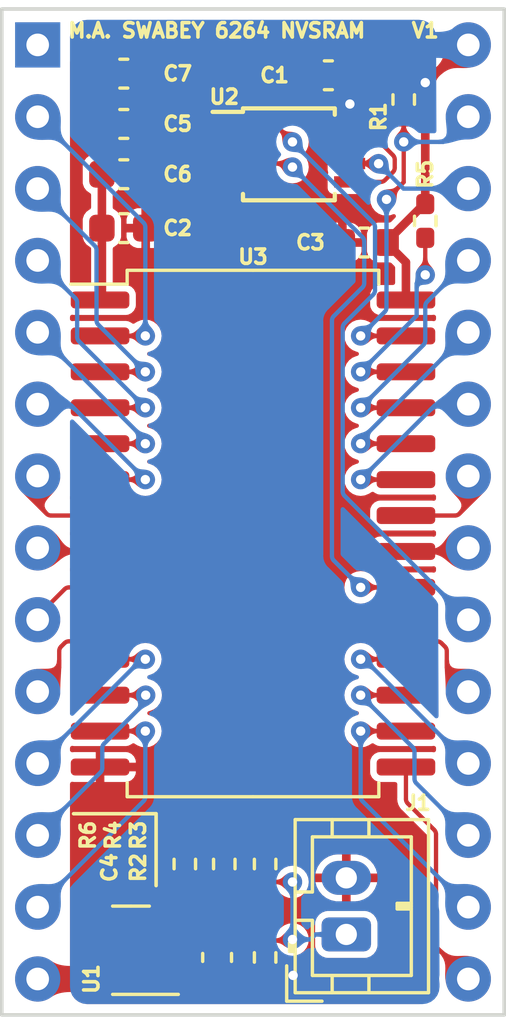
<source format=kicad_pcb>
(kicad_pcb (version 20211014) (generator pcbnew)
  (layers (0 "F.Cu" signal) (31 "B.Cu" signal) (34 "B.Paste" user) (35 "F.Paste" user) (36 "B.SilkS" user "B.Silkscreen") (37 "F.SilkS" user "F.Silkscreen") (38 "B.Mask" user) (39 "F.Mask" user) (44 "Edge.Cuts" user))
  (net 0 "")
  (net 1 "/D2")
  (net 2 "/D1")
  (net 3 "/A8")
  (net 4 "/D0")
  (net 5 "/A9")
  (net 6 "/A0")
  (net 7 "/A11")
  (net 8 "/A1")
  (net 9 "/A2")
  (net 10 "/A10")
  (net 11 "/A3")
  (net 12 "/A4")
  (net 13 "/D7")
  (net 14 "/A5")
  (net 15 "/D6")
  (net 16 "/A6")
  (net 17 "/D5")
  (net 18 "/A7")
  (net 19 "/D4")
  (net 20 "/A12")
  (net 21 "/D3")
  (net 22 "Net-(U2-Pad5)")
  (net 23 "GND")
  (net 24 "/CE2")
  (net 25 "/~{CE1}")
  (net 26 "/~{WE}")
  (net 27 "/~{OE}")
  (net 28 "VCC")
  (net 29 "Net-(R3-Pad2)")
  (net 30 "/BATT_FAKE")
  (net 31 "/VCAP")
  (net 32 "/~{CE_STK}")
  (net 34 "Net-(R5-Pad2)")
  (footprint "Package_SO_Cypress:SOIC-28W_8.7x18.4mm_P1.27mm" (layer "F.Cu") (at 119.38 75.692)
    (fp_text reference "U3")
    (fp_text value "STK12C68" hide)
  )
  (footprint "Package_SO:TSSOP-8_3x3mm_P0.65mm" (layer "F.Cu") (at 120.65 62.288022)
    (fp_text reference "U2")
    (fp_text value "74AHC2G00" hide)
  )
  (footprint "Resistor_SMD:R_0402_1005Metric_Pad0.72x0.64mm_HandSolder" (layer "F.Cu") (at 124.714 60.3504 -90)
    (fp_text reference "R1")
    (fp_text value "10K")
  )
  (footprint "Resistor_SMD:R_0402_1005Metric_Pad0.72x0.64mm_HandSolder" (layer "F.Cu") (at 119.808866 90.678 90)
    (fp_text reference "R2")
    (fp_text value "150")
  )
  (footprint "Connector_JST:JST_PH_B2B-PH-K_1x02_P2.00mm_Vertical" (layer "F.Cu") (at 122.682 89.8652 90)
    (fp_text reference "J1")
    (fp_text value "Conn_01x02" hide)
  )
  (footprint "Capacitor_SMD:C_0603_1608Metric" (layer "F.Cu") (at 122.047 59.494022 180)
    (fp_text reference "C1")
    (fp_text value "0.22u" hide)
  )
  (footprint "Resistor_SMD:R_0402_1005Metric_Pad0.72x0.64mm_HandSolder" (layer "F.Cu") (at 119.808866 87.376 90)
    (fp_text reference "R3")
    (fp_text value "1.3K")
  )
  (footprint "Package_TO_SOT_SMD:SOT-23" (layer "F.Cu") (at 115.062 90.424 180)
    (fp_text reference "U1")
    (fp_text value "TL431DBZ" hide)
  )
  (footprint "Resistor_SMD:R_0402_1005Metric_Pad0.72x0.64mm_HandSolder" (layer "F.Cu") (at 118.364 87.376 90)
    (fp_text reference "R4")
    (fp_text value "3.3K")
  )
  (footprint "Package_DIP_Adapter:DIP-28_W15.24mm_Socket_Adapter" (layer "F.Cu") (at 111.76 58.42)
    (fp_text reference "U10" hide)
    (fp_text value "TC5564APL_Adapter" hide)
  )
  (footprint "Capacitor_SMD:C_0603_1608Metric" (layer "F.Cu") (at 114.808 62.992)
    (fp_text reference "C6")
    (fp_text value "22u")
  )
  (footprint "Capacitor_SMD:C_0603_1608Metric" (layer "F.Cu") (at 114.808 64.897)
    (fp_text reference "C2")
    (fp_text value "22u")
  )
  (footprint "Capacitor_SMD:C_0603_1608Metric" (layer "F.Cu") (at 114.808 61.214)
    (fp_text reference "C5")
    (fp_text value "22u")
  )
  (footprint "Capacitor_SMD:C_0603_1608Metric" (layer "F.Cu") (at 123.317 65.405 180)
    (fp_text reference "C3")
    (fp_text value "0.22u" hide)
  )
  (footprint "Capacitor_SMD:C_0603_1608Metric" (layer "F.Cu") (at 114.808 59.436)
    (fp_text reference "C7")
    (fp_text value "22u")
  )
  (footprint "Resistor_SMD:R_0402_1005Metric_Pad0.72x0.64mm_HandSolder" (layer "F.Cu") (at 116.967 87.376 90)
    (fp_text reference "R6")
    (fp_text value "-")
  )
  (footprint "Capacitor_SMD:C_0603_1608Metric" (layer "F.Cu") (at 118.11 90.678 90)
    (fp_text reference "C4")
    (fp_text value "0.22u")
  )
  (footprint "Resistor_SMD:R_0402_1005Metric_Pad0.72x0.64mm_HandSolder" (layer "F.Cu") (at 125.476 64.643 -90)
    (fp_text reference "R5")
    (fp_text value "10K")
  )
  (gr_line (start 115.951 88.138) (end 115.951 85.598) (layer "F.SilkS") (width 0.127))
  (gr_line (start 115.951 85.598) (end 113.03 85.598) (layer "F.SilkS") (width 0.127))
  (gr_line (start 110.49 92.71) (end 110.49 57.15) (layer "Edge.Cuts") (width 0.127))
  (gr_line (start 128.27 92.71) (end 110.49 92.71) (layer "Edge.Cuts") (width 0.127))
  (gr_line (start 128.27 57.15) (end 128.27 92.71) (layer "Edge.Cuts") (width 0.127))
  (gr_line (start 110.49 57.15) (end 128.27 57.15) (layer "Edge.Cuts") (width 0.127))
  (gr_text "M.A. SWABEY 6264 NVSRAM" (at 112.776 57.912) (layer "F.SilkS") (effects (font (size 0.508 0.508) (thickness 0.127)) (justify left)))
  (gr_text "V1\n" (at 125.476 57.912) (layer "F.SilkS") (effects (font (size 0.508 0.508) (thickness 0.127))))
  (segment (start 113.9675 82.677) (end 115.57 82.677) (width 0.1524) (layer "F.Cu") (net 1))
  (via (at 115.57 82.677) (size 0.6858) (drill 0.3302) (layers "F.Cu" "B.Cu") (net 1))
  (segment (start 111.76 88.9) (end 115.503045 85.156955) (width 0.1524) (layer "B.Cu") (net 1))
  (segment (start 115.57 84.995311) (end 115.57 82.677) (width 0.1524) (layer "B.Cu") (net 1))
  (arc (start 115.57 84.995311) (mid 115.552599 85.082792) (end 115.503045 85.156955) (width 0.1524) (layer "B.Cu") (net 1))
  (segment (start 113.9675 81.407) (end 115.582215 81.407) (width 0.1524) (layer "F.Cu") (net 2))
  (via (at 115.582215 81.407) (size 0.6858) (drill 0.3302) (layers "F.Cu" "B.Cu") (net 2))
  (segment (start 114.112956 83.118044) (end 115.51526 81.71574) (width 0.1524) (layer "B.Cu") (net 2))
  (segment (start 111.76 86.36) (end 113.979045 84.140955) (width 0.1524) (layer "B.Cu") (net 2))
  (segment (start 114.046 83.979311) (end 114.046 83.279689) (width 0.1524) (layer "B.Cu") (net 2))
  (segment (start 115.582215 81.554096) (end 115.582215 81.407) (width 0.1524) (layer "B.Cu") (net 2))
  (arc (start 115.582215 81.554096) (mid 115.564814 81.641577) (end 115.51526 81.71574) (width 0.1524) (layer "B.Cu") (net 2))
  (arc (start 114.046 83.979311) (mid 114.028599 84.066792) (end 113.979045 84.140955) (width 0.1524) (layer "B.Cu") (net 2))
  (arc (start 114.112956 83.118044) (mid 114.063401 83.192207) (end 114.046 83.279689) (width 0.1524) (layer "B.Cu") (net 2))
  (segment (start 124.7925 71.247) (end 123.19 71.247) (width 0.1524) (layer "F.Cu") (net 3))
  (via (at 123.19 71.247) (size 0.6858) (drill 0.3302) (layers "F.Cu" "B.Cu") (net 3))
  (segment (start 125.476 67.658689) (end 125.476 68.866311) (width 0.1524) (layer "B.Cu") (net 3))
  (segment (start 125.409044 69.027956) (end 123.19 71.247) (width 0.1524) (layer "B.Cu") (net 3))
  (segment (start 127 66.04) (end 125.542955 67.497045) (width 0.1524) (layer "B.Cu") (net 3))
  (arc (start 125.542955 67.497045) (mid 125.493401 67.571208) (end 125.476 67.658689) (width 0.1524) (layer "B.Cu") (net 3))
  (arc (start 125.476 68.866311) (mid 125.458599 68.953793) (end 125.409044 69.027956) (width 0.1524) (layer "B.Cu") (net 3))
  (segment (start 113.9675 80.137) (end 115.57 80.137) (width 0.1524) (layer "F.Cu") (net 4))
  (via (at 115.57 80.137) (size 0.6858) (drill 0.3302) (layers "F.Cu" "B.Cu") (net 4))
  (segment (start 115.537689 80.137) (end 115.57 80.137) (width 0.1524) (layer "B.Cu") (net 4))
  (segment (start 111.76 83.82) (end 115.376045 80.203955) (width 0.1524) (layer "B.Cu") (net 4))
  (arc (start 115.376045 80.203955) (mid 115.450208 80.154401) (end 115.537689 80.137) (width 0.1524) (layer "B.Cu") (net 4))
  (segment (start 124.7925 72.517) (end 123.19 72.517) (width 0.1524) (layer "F.Cu") (net 5))
  (via (at 123.19 72.517) (size 0.6858) (drill 0.3302) (layers "F.Cu" "B.Cu") (net 5))
  (segment (start 123.19 72.484689) (end 123.19 72.517) (width 0.1524) (layer "B.Cu") (net 5))
  (segment (start 127 68.58) (end 123.256955 72.323045) (width 0.1524) (layer "B.Cu") (net 5))
  (arc (start 123.19 72.484689) (mid 123.207401 72.397208) (end 123.256955 72.323045) (width 0.1524) (layer "B.Cu") (net 5))
  (segment (start 113.697311 79.502) (end 112.870689 79.502) (width 0.1524) (layer "F.Cu") (net 6))
  (segment (start 113.900544 79.393456) (end 113.858955 79.435045) (width 0.1524) (layer "F.Cu") (net 6))
  (segment (start 112.522 79.850689) (end 112.522 80.423311) (width 0.1524) (layer "F.Cu") (net 6))
  (segment (start 113.9675 78.867) (end 113.9675 79.231811) (width 0.1524) (layer "F.Cu") (net 6))
  (segment (start 112.455044 80.584956) (end 111.76 81.28) (width 0.1524) (layer "F.Cu") (net 6))
  (segment (start 112.709044 79.568956) (end 112.588955 79.689045) (width 0.1524) (layer "F.Cu") (net 6))
  (arc (start 112.522 79.850689) (mid 112.539401 79.763208) (end 112.588955 79.689045) (width 0.1524) (layer "F.Cu") (net 6))
  (arc (start 112.709044 79.568956) (mid 112.783207 79.519401) (end 112.870689 79.502) (width 0.1524) (layer "F.Cu") (net 6))
  (arc (start 113.9675 79.231811) (mid 113.950099 79.319293) (end 113.900544 79.393456) (width 0.1524) (layer "F.Cu") (net 6))
  (arc (start 113.858955 79.435045) (mid 113.784792 79.484599) (end 113.697311 79.502) (width 0.1524) (layer "F.Cu") (net 6))
  (arc (start 112.522 80.423311) (mid 112.504599 80.510793) (end 112.455044 80.584956) (width 0.1524) (layer "F.Cu") (net 6))
  (segment (start 124.7925 73.787) (end 123.19 73.787) (width 0.1524) (layer "F.Cu") (net 7))
  (via (at 123.19 73.787) (size 0.6858) (drill 0.3302) (layers "F.Cu" "B.Cu") (net 7))
  (segment (start 125.790044 71.186956) (end 123.19 73.787) (width 0.1524) (layer "B.Cu") (net 7))
  (segment (start 127 71.12) (end 125.951689 71.12) (width 0.1524) (layer "B.Cu") (net 7))
  (arc (start 125.951689 71.12) (mid 125.864207 71.137401) (end 125.790044 71.186956) (width 0.1524) (layer "B.Cu") (net 7))
  (segment (start 112.870689 77.597) (end 113.9675 77.597) (width 0.1524) (layer "F.Cu") (net 8))
  (segment (start 111.76 78.74) (end 111.76 78.707689) (width 0.1524) (layer "F.Cu") (net 8))
  (segment (start 111.826956 78.546044) (end 112.709045 77.663955) (width 0.1524) (layer "F.Cu") (net 8))
  (arc (start 112.870689 77.597) (mid 112.783208 77.614401) (end 112.709045 77.663955) (width 0.1524) (layer "F.Cu") (net 8))
  (arc (start 111.76 78.707689) (mid 111.777401 78.620207) (end 111.826956 78.546044) (width 0.1524) (layer "F.Cu") (net 8))
  (segment (start 111.887 76.327) (end 111.76 76.2) (width 0.1524) (layer "F.Cu") (net 9))
  (segment (start 113.9675 76.327) (end 111.887 76.327) (width 0.1524) (layer "F.Cu") (net 9))
  (segment (start 126.873 76.327) (end 127 76.2) (width 0.1524) (layer "F.Cu") (net 10))
  (segment (start 126.939956 76.260044) (end 127 76.2) (width 0.1524) (layer "F.Cu") (net 10))
  (segment (start 124.7925 76.327) (end 126.873 76.327) (width 0.1524) (layer "F.Cu") (net 10))
  (arc (start 126.778311 76.327) (mid 126.865793 76.309599) (end 126.939956 76.260044) (width 0.1524) (layer "F.Cu") (net 10))
  (segment (start 111.76 74.581311) (end 111.76 73.66) (width 0.1524) (layer "F.Cu") (net 11))
  (segment (start 113.9675 75.057) (end 112.235689 75.057) (width 0.1524) (layer "F.Cu") (net 11))
  (segment (start 112.074044 74.990044) (end 111.826955 74.742955) (width 0.1524) (layer "F.Cu") (net 11))
  (arc (start 111.76 74.581311) (mid 111.777401 74.668792) (end 111.826955 74.742955) (width 0.1524) (layer "F.Cu") (net 11))
  (arc (start 112.235689 75.057) (mid 112.148207 75.039599) (end 112.074044 74.990044) (width 0.1524) (layer "F.Cu") (net 11))
  (segment (start 113.9675 73.787) (end 115.57 73.787) (width 0.1524) (layer "F.Cu") (net 12))
  (via (at 115.57 73.787) (size 0.6858) (drill 0.3302) (layers "F.Cu" "B.Cu") (net 12))
  (segment (start 112.969956 71.186956) (end 115.57 73.787) (width 0.1524) (layer "B.Cu") (net 12))
  (segment (start 111.76 71.12) (end 112.808311 71.12) (width 0.1524) (layer "B.Cu") (net 12))
  (arc (start 112.808311 71.12) (mid 112.895793 71.137401) (end 112.969956 71.186956) (width 0.1524) (layer "B.Cu") (net 12))
  (segment (start 124.7925 78.867) (end 124.7925 79.231811) (width 0.1524) (layer "F.Cu") (net 13))
  (segment (start 125.062689 79.502) (end 125.889311 79.502) (width 0.1524) (layer "F.Cu") (net 13))
  (segment (start 126.050956 79.568956) (end 126.171045 79.689045) (width 0.1524) (layer "F.Cu") (net 13))
  (segment (start 126.304956 80.584956) (end 127 81.28) (width 0.1524) (layer "F.Cu") (net 13))
  (segment (start 124.859456 79.393456) (end 124.901045 79.435045) (width 0.1524) (layer "F.Cu") (net 13))
  (segment (start 126.238 79.850689) (end 126.238 80.423311) (width 0.1524) (layer "F.Cu") (net 13))
  (arc (start 124.901045 79.435045) (mid 124.975208 79.484599) (end 125.062689 79.502) (width 0.1524) (layer "F.Cu") (net 13))
  (arc (start 126.238 79.850689) (mid 126.220599 79.763208) (end 126.171045 79.689045) (width 0.1524) (layer "F.Cu") (net 13))
  (arc (start 124.859456 79.393456) (mid 124.809901 79.319293) (end 124.7925 79.231811) (width 0.1524) (layer "F.Cu") (net 13))
  (arc (start 126.238 80.423311) (mid 126.255401 80.510793) (end 126.304956 80.584956) (width 0.1524) (layer "F.Cu") (net 13))
  (arc (start 126.050956 79.568956) (mid 125.976793 79.519401) (end 125.889311 79.502) (width 0.1524) (layer "F.Cu") (net 13))
  (segment (start 113.9675 72.517) (end 115.57 72.517) (width 0.1524) (layer "F.Cu") (net 14))
  (via (at 115.57 72.517) (size 0.6858) (drill 0.3302) (layers "F.Cu" "B.Cu") (net 14))
  (segment (start 115.57 72.484689) (end 115.57 72.517) (width 0.1524) (layer "B.Cu") (net 14))
  (segment (start 111.76 68.58) (end 115.503045 72.323045) (width 0.1524) (layer "B.Cu") (net 14))
  (arc (start 115.57 72.484689) (mid 115.552599 72.397208) (end 115.503045 72.323045) (width 0.1524) (layer "B.Cu") (net 14))
  (segment (start 124.7925 80.137) (end 123.19 80.137) (width 0.1524) (layer "F.Cu") (net 15))
  (via (at 123.19 80.137) (size 0.6858) (drill 0.3302) (layers "F.Cu" "B.Cu") (net 15))
  (segment (start 123.222311 80.137) (end 123.19 80.137) (width 0.1524) (layer "B.Cu") (net 15))
  (segment (start 127 83.82) (end 123.383955 80.203955) (width 0.1524) (layer "B.Cu") (net 15))
  (arc (start 123.222311 80.137) (mid 123.309792 80.154401) (end 123.383955 80.203955) (width 0.1524) (layer "B.Cu") (net 15))
  (segment (start 113.9675 71.247) (end 115.57 71.247) (width 0.1524) (layer "F.Cu") (net 16))
  (via (at 115.57 71.247) (size 0.6858) (drill 0.3302) (layers "F.Cu" "B.Cu") (net 16))
  (segment (start 113.223956 68.900956) (end 115.57 71.247) (width 0.1524) (layer "B.Cu") (net 16))
  (segment (start 111.76 66.04) (end 113.090045 67.370045) (width 0.1524) (layer "B.Cu") (net 16))
  (segment (start 113.157 67.531689) (end 113.157 68.739311) (width 0.1524) (layer "B.Cu") (net 16))
  (arc (start 113.157 67.531689) (mid 113.139599 67.444208) (end 113.090045 67.370045) (width 0.1524) (layer "B.Cu") (net 16))
  (arc (start 113.157 68.739311) (mid 113.174401 68.826793) (end 113.223956 68.900956) (width 0.1524) (layer "B.Cu") (net 16))
  (segment (start 124.7925 81.407) (end 123.19 81.407) (width 0.1524) (layer "F.Cu") (net 17))
  (via (at 123.19 81.407) (size 0.6858) (drill 0.3302) (layers "F.Cu" "B.Cu") (net 17))
  (segment (start 125.095 84.360311) (end 125.095 83.406689) (width 0.1524) (layer "B.Cu") (net 17))
  (segment (start 127 86.36) (end 125.161955 84.521955) (width 0.1524) (layer "B.Cu") (net 17))
  (segment (start 125.028044 83.245044) (end 123.19 81.407) (width 0.1524) (layer "B.Cu") (net 17))
  (arc (start 125.095 83.406689) (mid 125.077599 83.319207) (end 125.028044 83.245044) (width 0.1524) (layer "B.Cu") (net 17))
  (arc (start 125.095 84.360311) (mid 125.112401 84.447792) (end 125.161955 84.521955) (width 0.1524) (layer "B.Cu") (net 17))
  (segment (start 113.9675 69.977) (end 115.57 69.977) (width 0.1524) (layer "F.Cu") (net 18))
  (via (at 115.57 69.977) (size 0.6858) (drill 0.3302) (layers "F.Cu" "B.Cu") (net 18))
  (segment (start 111.76 63.5) (end 113.775855 65.515855) (width 0.1524) (layer "B.Cu") (net 18))
  (segment (start 113.909766 68.316766) (end 115.57 69.977) (width 0.1524) (layer "B.Cu") (net 18))
  (segment (start 113.84281 65.677499) (end 113.84281 68.155121) (width 0.1524) (layer "B.Cu") (net 18))
  (arc (start 113.909766 68.316766) (mid 113.860211 68.242603) (end 113.84281 68.155121) (width 0.1524) (layer "B.Cu") (net 18))
  (arc (start 113.775855 65.515855) (mid 113.825409 65.590018) (end 113.84281 65.677499) (width 0.1524) (layer "B.Cu") (net 18))
  (segment (start 124.7925 82.677) (end 123.19 82.677) (width 0.1524) (layer "F.Cu") (net 19))
  (via (at 123.19 82.677) (size 0.6858) (drill 0.3302) (layers "F.Cu" "B.Cu") (net 19))
  (segment (start 123.19 84.995311) (end 123.19 82.677) (width 0.1524) (layer "B.Cu") (net 19))
  (segment (start 127 88.9) (end 123.256955 85.156955) (width 0.1524) (layer "B.Cu") (net 19))
  (arc (start 123.19 84.995311) (mid 123.207401 85.082792) (end 123.256955 85.156955) (width 0.1524) (layer "B.Cu") (net 19))
  (segment (start 113.9675 68.707) (end 115.57 68.707) (width 0.1524) (layer "F.Cu") (net 20))
  (via (at 115.57 68.707) (size 0.6858) (drill 0.3302) (layers "F.Cu" "B.Cu") (net 20))
  (segment (start 115.57 64.864689) (end 115.57 68.707) (width 0.1524) (layer "B.Cu") (net 20))
  (segment (start 111.76 60.96) (end 115.503045 64.703045) (width 0.1524) (layer "B.Cu") (net 20))
  (arc (start 115.57 64.864689) (mid 115.552599 64.777208) (end 115.503045 64.703045) (width 0.1524) (layer "B.Cu") (net 20))
  (segment (start 125.857 86.327689) (end 125.857 90.202311) (width 0.1524) (layer "F.Cu") (net 21))
  (segment (start 125.923956 90.363956) (end 127 91.44) (width 0.1524) (layer "F.Cu") (net 21))
  (segment (start 124.859456 85.235456) (end 125.790045 86.166045) (width 0.1524) (layer "F.Cu") (net 21))
  (segment (start 124.7925 83.947) (end 124.7925 85.073811) (width 0.1524) (layer "F.Cu") (net 21))
  (arc (start 124.859456 85.235456) (mid 124.809901 85.161293) (end 124.7925 85.073811) (width 0.1524) (layer "F.Cu") (net 21))
  (arc (start 125.790045 86.166045) (mid 125.839599 86.240208) (end 125.857 86.327689) (width 0.1524) (layer "F.Cu") (net 21))
  (arc (start 125.857 90.202311) (mid 125.874401 90.289793) (end 125.923956 90.363956) (width 0.1524) (layer "F.Cu") (net 21))
  (segment (start 124.329044 62.921694) (end 124.054671 63.196067) (width 0.1524) (layer "F.Cu") (net 22))
  (segment (start 124.396 62.476395) (end 124.396 62.760049) (width 0.1524) (layer "F.Cu") (net 22))
  (segment (start 124.044272 62.029978) (end 124.329045 62.314751) (width 0.1524) (layer "F.Cu") (net 22))
  (segment (start 123.893027 63.263022) (end 122.8 63.263022) (width 0.1524) (layer "F.Cu") (net 22))
  (segment (start 122.8 61.963022) (end 123.882627 61.963022) (width 0.1524) (layer "F.Cu") (net 22))
  (arc (start 124.396 62.476395) (mid 124.378599 62.388914) (end 124.329045 62.314751) (width 0.1524) (layer "F.Cu") (net 22))
  (arc (start 123.893027 63.263022) (mid 123.980508 63.245621) (end 124.054671 63.196067) (width 0.1524) (layer "F.Cu") (net 22))
  (arc (start 123.882627 61.963022) (mid 123.970109 61.980423) (end 124.044272 62.029978) (width 0.1524) (layer "F.Cu") (net 22))
  (arc (start 124.329044 62.921694) (mid 124.378599 62.847531) (end 124.396 62.760049) (width 0.1524) (layer "F.Cu") (net 22))
  (segment (start 111.76 91.44) (end 113.03 91.44) (width 0.9144) (layer "F.Cu") (net 23))
  (segment (start 122.8 62.613022) (end 123.8198 62.613022) (width 0.1524) (layer "F.Cu") (net 24))
  (via (at 123.825 62.618222) (size 0.6858) (drill 0.3302) (layers "F.Cu" "B.Cu") (net 24))
  (segment (start 124.706778 63.5) (end 127 63.5) (width 0.1524) (layer "B.Cu") (net 24))
  (segment (start 123.825 62.618222) (end 124.706778 63.5) (width 0.1524) (layer "B.Cu") (net 24))
  (segment (start 120.241022 61.313022) (end 120.777 61.849) (width 0.1524) (layer "F.Cu") (net 25))
  (segment (start 117.668956 61.459066) (end 117.748045 61.379977) (width 0.1524) (layer "F.Cu") (net 25))
  (segment (start 117.718044 61.896066) (end 117.668955 61.846977) (width 0.1524) (layer "F.Cu") (net 25))
  (segment (start 118.5 61.963022) (end 117.879689 61.963022) (width 0.1524) (layer "F.Cu") (net 25))
  (segment (start 117.602 61.685333) (end 117.602 61.620711) (width 0.1524) (layer "F.Cu") (net 25))
  (segment (start 118.5 61.313022) (end 120.241022 61.313022) (width 0.1524) (layer "F.Cu") (net 25))
  (segment (start 117.909689 61.313022) (end 118.5 61.313022) (width 0.1524) (layer "F.Cu") (net 25))
  (via (at 120.777 61.849) (size 0.6858) (drill 0.3302) (layers "F.Cu" "B.Cu") (net 25))
  (arc (start 117.718044 61.896066) (mid 117.792207 61.945621) (end 117.879689 61.963022) (width 0.1524) (layer "F.Cu") (net 25))
  (arc (start 117.602 61.685333) (mid 117.619401 61.772814) (end 117.668955 61.846977) (width 0.1524) (layer "F.Cu") (net 25))
  (arc (start 117.602 61.620711) (mid 117.619401 61.533229) (end 117.668956 61.459066) (width 0.1524) (layer "F.Cu") (net 25))
  (arc (start 117.909689 61.313022) (mid 117.822208 61.330423) (end 117.748045 61.379977) (width 0.1524) (layer "F.Cu") (net 25))
  (segment (start 123.698 67.088311) (end 123.698 64.864689) (width 0.1524) (layer "B.Cu") (net 25))
  (segment (start 122.621956 68.259044) (end 123.631045 67.249955) (width 0.1524) (layer "B.Cu") (net 25))
  (segment (start 123.631044 64.703044) (end 120.777 61.849) (width 0.1524) (layer "B.Cu") (net 25))
  (segment (start 127 78.74) (end 122.621955 74.361955) (width 0.1524) (layer "B.Cu") (net 25))
  (segment (start 122.555 74.200311) (end 122.555 68.420689) (width 0.1524) (layer "B.Cu") (net 25))
  (arc (start 123.631044 64.703044) (mid 123.680599 64.777207) (end 123.698 64.864689) (width 0.1524) (layer "B.Cu") (net 25))
  (arc (start 122.621956 68.259044) (mid 122.572401 68.333207) (end 122.555 68.420689) (width 0.1524) (layer "B.Cu") (net 25))
  (arc (start 123.698 67.088311) (mid 123.680599 67.175792) (end 123.631045 67.249955) (width 0.1524) (layer "B.Cu") (net 25))
  (arc (start 122.621955 74.361955) (mid 122.572401 74.287792) (end 122.555 74.200311) (width 0.1524) (layer "B.Cu") (net 25))
  (segment (start 124.714 61.849) (end 124.714 60.9479) (width 0.1524) (layer "F.Cu") (net 26))
  (segment (start 124.7925 68.707) (end 123.19 68.707) (width 0.1524) (layer "F.Cu") (net 26))
  (segment (start 124.1044 63.881) (end 124.714 63.2714) (width 0.1524) (layer "F.Cu") (net 26))
  (segment (start 124.714 63.2714) (end 124.714 60.9479) (width 0.1524) (layer "F.Cu") (net 26))
  (via (at 123.19 68.707) (size 0.6858) (drill 0.3302) (layers "F.Cu" "B.Cu") (net 26))
  (via (at 124.1044 63.881) (size 0.6858) (drill 0.3302) (layers "F.Cu" "B.Cu") (net 26))
  (via (at 124.714 61.849) (size 0.6858) (drill 0.3302) (layers "F.Cu" "B.Cu") (net 26))
  (segment (start 124.1044 63.881) (end 124.1044 67.697911) (width 0.1524) (layer "B.Cu") (net 26))
  (segment (start 126.111 61.849) (end 124.714 61.849) (width 0.1524) (layer "B.Cu") (net 26))
  (segment (start 127 60.96) (end 126.111 61.849) (width 0.1524) (layer "B.Cu") (net 26))
  (segment (start 124.037445 67.859555) (end 123.19 68.707) (width 0.1524) (layer "B.Cu") (net 26))
  (arc (start 124.1044 67.697911) (mid 124.087002 67.785393) (end 124.037445 67.859555) (width 0.1524) (layer "B.Cu") (net 26))
  (segment (start 126.685956 74.990044) (end 126.933045 74.742955) (width 0.1524) (layer "F.Cu") (net 27))
  (segment (start 124.7925 75.057) (end 126.524311 75.057) (width 0.1524) (layer "F.Cu") (net 27))
  (segment (start 127 74.581311) (end 127 73.66) (width 0.1524) (layer "F.Cu") (net 27))
  (arc (start 126.685956 74.990044) (mid 126.611793 75.039599) (end 126.524311 75.057) (width 0.1524) (layer "F.Cu") (net 27))
  (arc (start 126.933045 74.742955) (mid 126.982599 74.668792) (end 127 74.581311) (width 0.1524) (layer "F.Cu") (net 27))
  (segment (start 124.7925 67.437) (end 124.7925 66.1055) (width 0.3048) (layer "F.Cu") (net 28))
  (segment (start 124.092 65.392) (end 125.4385 64.0455) (width 0.3048) (layer "F.Cu") (net 28))
  (segment (start 122.809 60.129022) (end 122.809 60.510022) (width 0.3048) (layer "F.Cu") (net 28))
  (segment (start 122.822 60.116022) (end 122.809 60.129022) (width 0.3048) (layer "F.Cu") (net 28))
  (segment (start 124.092 65.405) (end 124.092 65.392) (width 0.3048) (layer "F.Cu") (net 28))
  (segment (start 119.846366 91.313) (end 119.808866 91.2755) (width 0.3048) (layer "F.Cu") (net 28))
  (segment (start 122.8 60.519022) (end 122.809 60.510022) (width 0.3048) (layer "F.Cu") (net 28))
  (segment (start 124.7925 66.1055) (end 124.092 65.405) (width 0.3048) (layer "F.Cu") (net 28))
  (segment (start 122.822 59.494022) (end 122.822 60.116022) (width 0.3048) (layer "F.Cu") (net 28))
  (segment (start 125.4385 64.0455) (end 125.476 64.0455) (width 0.3048) (layer "F.Cu") (net 28))
  (segment (start 125.476 59.7529) (end 127 58.42) (width 0.3048) (layer "F.Cu") (net 28))
  (segment (start 120.799466 91.313) (end 119.846366 91.313) (width 0.3048) (layer "F.Cu") (net 28))
  (segment (start 122.8 61.313022) (end 122.8 60.519022) (width 0.3048) (layer "F.Cu") (net 28))
  (segment (start 125.476 59.7529) (end 125.476 64.0455) (width 0.3048) (layer "F.Cu") (net 28))
  (segment (start 125.476 59.7529) (end 124.714 59.7529) (width 0.3048) (layer "F.Cu") (net 28))
  (via (at 125.476 59.7529) (size 0.6858) (drill 0.3302) (layers "F.Cu" "B.Cu") (net 28))
  (via (at 120.799466 91.313) (size 0.6858) (drill 0.3302) (layers "F.Cu" "B.Cu") (net 28))
  (via (at 122.809 60.510022) (size 0.6858) (drill 0.3302) (layers "F.Cu" "B.Cu") (net 28))
  (segment (start 127 58.42) (end 125.857 58.42) (width 0.9144) (layer "B.Cu") (net 28))
  (segment (start 119.1006 87.0204) (end 119.3425 86.7785) (width 0.1524) (layer "F.Cu") (net 29))
  (segment (start 118.8333 87.9735) (end 119.1006 87.7062) (width 0.1524) (layer "F.Cu") (net 29))
  (segment (start 118.364 87.9735) (end 118.8333 87.9735) (width 0.1524) (layer "F.Cu") (net 29))
  (segment (start 116.967 87.9735) (end 118.364 87.9735) (width 0.1524) (layer "F.Cu") (net 29))
  (segment (start 115.9995 88.941) (end 116.967 87.9735) (width 0.1524) (layer "F.Cu") (net 29))
  (segment (start 119.3425 86.7785) (end 119.808866 86.7785) (width 0.1524) (layer "F.Cu") (net 29))
  (segment (start 119.1006 87.7062) (end 119.1006 87.0204) (width 0.1524) (layer "F.Cu") (net 29))
  (segment (start 115.9995 89.474) (end 115.9995 88.941) (width 0.1524) (layer "F.Cu") (net 29))
  (segment (start 119.126 90.763366) (end 119.808866 90.0805) (width 0.1524) (layer "F.Cu") (net 30))
  (segment (start 120.7395 90.0805) (end 119.808866 90.0805) (width 0.1524) (layer "F.Cu") (net 30))
  (segment (start 118.031 91.374) (end 118.11 91.453) (width 0.1524) (layer "F.Cu") (net 30))
  (segment (start 115.9995 91.374) (end 118.031 91.374) (width 0.1524) (layer "F.Cu") (net 30))
  (segment (start 120.777 88.011) (end 119.846366 88.011) (width 0.1524) (layer "F.Cu") (net 30))
  (segment (start 120.777 90.043) (end 120.7395 90.0805) (width 0.1524) (layer "F.Cu") (net 30))
  (segment (start 119.846366 88.011) (end 119.808866 87.9735) (width 0.1524) (layer "F.Cu") (net 30))
  (segment (start 119.126 91.059) (end 119.126 90.763366) (width 0.1524) (layer "F.Cu") (net 30))
  (segment (start 118.732 91.453) (end 119.126 91.059) (width 0.1524) (layer "F.Cu") (net 30))
  (segment (start 118.11 91.453) (end 118.732 91.453) (width 0.1524) (layer "F.Cu") (net 30))
  (via (at 120.777 90.043) (size 0.6858) (drill 0.3302) (layers "F.Cu" "B.Cu") (net 30))
  (via (at 120.777 88.011) (size 0.6858) (drill 0.3302) (layers "F.Cu" "B.Cu") (net 30))
  (segment (start 121.412 90.043) (end 121.5898 89.8652) (width 0.1524) (layer "B.Cu") (net 30))
  (segment (start 120.777 88.011) (end 120.777 90.043) (width 0.1524) (layer "B.Cu") (net 30))
  (segment (start 120.777 90.043) (end 121.412 90.043) (width 0.1524) (layer "B.Cu") (net 30))
  (segment (start 121.5898 89.8652) (end 122.682 89.8652) (width 0.1524) (layer "B.Cu") (net 30))
  (segment (start 114.033 61.214) (end 114.033 59.436) (width 0.3048) (layer "F.Cu") (net 31))
  (segment (start 114.033 62.992) (end 114.033 61.214) (width 0.3048) (layer "F.Cu") (net 31))
  (segment (start 114.033 67.3715) (end 114.033 64.897) (width 0.3048) (layer "F.Cu") (net 31))
  (segment (start 114.033 64.897) (end 114.033 62.992) (width 0.3048) (layer "F.Cu") (net 31))
  (segment (start 113.9675 67.437) (end 114.033 67.3715) (width 0.3048) (layer "F.Cu") (net 31))
  (segment (start 118.5 62.613022) (end 120.652022 62.613022) (width 0.1524) (layer "F.Cu") (net 32))
  (segment (start 124.7925 77.597) (end 123.19 77.597) (width 0.1524) (layer "F.Cu") (net 32))
  (segment (start 120.652022 62.613022) (end 120.777 62.738) (width 0.1524) (layer "F.Cu") (net 32))
  (via (at 123.19 77.597) (size 0.6858) (drill 0.3302) (layers "F.Cu" "B.Cu") (net 32))
  (via (at 120.777 62.738) (size 0.6858) (drill 0.3302) (layers "F.Cu" "B.Cu") (net 32))
  (segment (start 122.240956 68.005044) (end 123.250045 66.995955) (width 0.1524) (layer "B.Cu") (net 32))
  (segment (start 123.19 77.597) (end 122.240955 76.647955) (width 0.1524) (layer "B.Cu") (net 32))
  (segment (start 123.250044 65.211044) (end 120.777 62.738) (width 0.1524) (layer "B.Cu") (net 32))
  (segment (start 123.317 66.834311) (end 123.317 65.372689) (width 0.1524) (layer "B.Cu") (net 32))
  (segment (start 122.174 76.486311) (end 122.174 68.166689) (width 0.1524) (layer "B.Cu") (net 32))
  (arc (start 123.250044 65.211044) (mid 123.299599 65.285207) (end 123.317 65.372689) (width 0.1524) (layer "B.Cu") (net 32))
  (arc (start 123.250045 66.995955) (mid 123.299599 66.921792) (end 123.317 66.834311) (width 0.1524) (layer "B.Cu") (net 32))
  (arc (start 122.240955 76.647955) (mid 122.191401 76.573792) (end 122.174 76.486311) (width 0.1524) (layer "B.Cu") (net 32))
  (arc (start 122.240956 68.005044) (mid 122.191401 68.079207) (end 122.174 68.166689) (width 0.1524) (layer "B.Cu") (net 32))
  (segment (start 124.7925 69.977) (end 123.19 69.977) (width 0.1524) (layer "F.Cu") (net 34))
  (segment (start 125.476 65.2405) (end 125.476 66.548) (width 0.1524) (layer "F.Cu") (net 34))
  (via (at 125.476 66.548) (size 0.6858) (drill 0.3302) (layers "F.Cu" "B.Cu") (net 34))
  (via (at 123.19 69.977) (size 0.6858) (drill 0.3302) (layers "F.Cu" "B.Cu") (net 34))
  (segment (start 125.1712 66.8528) (end 125.1712 67.9958) (width 0.1524) (layer "B.Cu") (net 34))
  (segment (start 125.476 66.548) (end 125.1712 66.8528) (width 0.1524) (layer "B.Cu") (net 34))
  (segment (start 125.1712 67.9958) (end 123.19 69.977) (width 0.1524) (layer "B.Cu") (net 34))
  (zone (net 23) (net_name "GND") (layer "F.Cu") (connect_pads (clearance 0.2286)) (min_thickness 0.1524) (fill yes (thermal_gap 0.2286) (thermal_bridge_width 0.3048) (smoothing fillet) (radius 0.6096))
    (polygon (pts (xy 125.857 92.329) (xy 112.903 92.329) (xy 112.903 58.42) (xy 125.857 58.42)))
  )
  (zone (net 18) (net_name "/A7") (layer "F.Cu") (priority 16962) (connect_pads yes (clearance 0)) (min_thickness 0.0254) (fill yes (thermal_gap 0.508) (thermal_bridge_width 0.508))
    (polygon (pts (xy 114.95568 70.0532) (xy 115.026338 70.057042) (xy 115.084245 70.067894) (xy 115.132166 70.084745) (xy 115.172871 70.106581) (xy 115.209127 70.13239) (xy 115.243701 70.16116) (xy 115.279361 70.19188) (xy 115.318875 70.223536) (xy 115.36501 70.255117) (xy 115.420534 70.28561) (xy 115.74145 69.977) (xy 115.420534 69.66839) (xy 115.36501 69.698882) (xy 115.318875 69.730463) (xy 115.279361 69.762119) (xy 115.243701 69.792839) (xy 115.209127 69.821609) (xy 115.172871 69.847418) (xy 115.132166 69.869254) (xy 115.084245 69.886105) (xy 115.026338 69.896957) (xy 114.95568 69.9008)))
  )
  (zone (net 32) (net_name "/~{CE_STK}") (layer "F.Cu") (priority 16962) (connect_pads yes (clearance 0)) (min_thickness 0.0254) (fill yes (thermal_gap 0.508) (thermal_bridge_width 0.508))
    (polygon (pts (xy 120.177702 62.689222) (xy 120.238467 62.693291) (xy 120.287442 62.70495) (xy 120.326892 62.723372) (xy 120.359084 62.747733) (xy 120.386283 62.777207) (xy 120.410757 62.810969) (xy 120.434771 62.848194) (xy 120.460592 62.888056) (xy 120.490486 62.929731) (xy 120.52672 62.972393) (xy 120.937024 62.799541) (xy 120.748269 62.396306) (xy 120.678228 62.405453) (xy 120.619164 62.419157) (xy 120.568043 62.436118) (xy 120.521829 62.455035) (xy 120.477488 62.474608) (xy 120.431988 62.493538) (xy 120.382293 62.510525) (xy 120.32537 62.524267) (xy 120.258184 62.533466) (xy 120.177702 62.536822)))
  )
  (zone (net 32) (net_name "/~{CE_STK}") (layer "F.Cu") (priority 16962) (connect_pads yes (clearance 0)) (min_thickness 0.0254) (fill yes (thermal_gap 0.508) (thermal_bridge_width 0.508))
    (polygon (pts (xy 123.80432 77.5208) (xy 123.733661 77.516957) (xy 123.675754 77.506105) (xy 123.627833 77.489254) (xy 123.587128 77.467418) (xy 123.550872 77.441609) (xy 123.516298 77.412839) (xy 123.480638 77.382119) (xy 123.441124 77.350463) (xy 123.394989 77.318882) (xy 123.339466 77.28839) (xy 123.01855 77.597) (xy 123.339466 77.90561) (xy 123.394989 77.875117) (xy 123.441124 77.843536) (xy 123.480638 77.81188) (xy 123.516298 77.78116) (xy 123.550872 77.75239) (xy 123.587128 77.726581) (xy 123.627833 77.704745) (xy 123.675754 77.687894) (xy 123.733661 77.677042) (xy 123.80432 77.6732)))
  )
  (zone (net 34) (net_name "Net-(R5-Pad2)") (layer "F.Cu") (priority 16962) (connect_pads yes (clearance 0)) (min_thickness 0.0254) (fill yes (thermal_gap 0.508) (thermal_bridge_width 0.508))
    (polygon (pts (xy 123.80432 69.9008) (xy 123.733661 69.896957) (xy 123.675754 69.886105) (xy 123.627833 69.869254) (xy 123.587128 69.847418) (xy 123.550872 69.821609) (xy 123.516298 69.792839) (xy 123.480638 69.762119) (xy 123.441124 69.730463) (xy 123.394989 69.698882) (xy 123.339466 69.66839) (xy 123.01855 69.977) (xy 123.339466 70.28561) (xy 123.394989 70.255117) (xy 123.441124 70.223536) (xy 123.480638 70.19188) (xy 123.516298 70.16116) (xy 123.550872 70.13239) (xy 123.587128 70.106581) (xy 123.627833 70.084745) (xy 123.675754 70.067894) (xy 123.733661 70.057042) (xy 123.80432 70.0532)))
  )
  (zone (net 24) (net_name "/CE2") (layer "F.Cu") (priority 16962) (connect_pads yes (clearance 0)) (min_thickness 0.0254) (fill yes (thermal_gap 0.508) (thermal_bridge_width 0.508))
    (polygon (pts (xy 123.20548 62.689222) (xy 123.276396 62.693053) (xy 123.33453 62.703892) (xy 123.382642 62.720751) (xy 123.423495 62.742645) (xy 123.459853 62.768588) (xy 123.494478 62.797595) (xy 123.530133 62.82868) (xy 123.56958 62.860857) (xy 123.615582 62.89314) (xy 123.670903 62.924545) (xy 123.99643 62.620804) (xy 123.680199 62.307396) (xy 123.623421 62.337393) (xy 123.576171 62.368508) (xy 123.535649 62.399734) (xy 123.499061 62.430062) (xy 123.463608 62.458488) (xy 123.426493 62.484003) (xy 123.38492 62.505601) (xy 123.336091 62.522274) (xy 123.27721 62.533017) (xy 123.20548 62.536822)))
  )
  (zone (net 21) (net_name "/D3") (layer "F.Cu") (priority 16962) (connect_pads yes (clearance 0)) (min_thickness 0.0254) (fill yes (thermal_gap 0.508) (thermal_bridge_width 0.508))
    (polygon (pts (xy 125.934957 90.48272) (xy 126.046776 90.610717) (xy 126.120347 90.729679) (xy 126.163274 90.842493) (xy 126.183158 90.952045) (xy 126.187602 91.061223) (xy 126.184208 91.172913) (xy 126.180579 91.290003) (xy 126.184317 91.41538) (xy 126.203026 91.55193) (xy 126.244307 91.70254) (xy 127.282842 91.722842) (xy 127.26254 90.684307) (xy 127.11193 90.643026) (xy 126.97538 90.624317) (xy 126.850003 90.620579) (xy 126.732913 90.624208) (xy 126.621223 90.627602) (xy 126.512045 90.623158) (xy 126.402493 90.603274) (xy 126.289679 90.560347) (xy 126.170717 90.486776) (xy 126.04272 90.374957)))
  )
  (zone (net 16) (net_name "/A6") (layer "F.Cu") (priority 16962) (connect_pads yes (clearance 0)) (min_thickness 0.0254) (fill yes (thermal_gap 0.508) (thermal_bridge_width 0.508))
    (polygon (pts (xy 114.95568 71.3232) (xy 115.026338 71.327042) (xy 115.084245 71.337894) (xy 115.132166 71.354745) (xy 115.172871 71.376581) (xy 115.209127 71.40239) (xy 115.243701 71.43116) (xy 115.279361 71.46188) (xy 115.318875 71.493536) (xy 115.36501 71.525117) (xy 115.420534 71.55561) (xy 115.74145 71.247) (xy 115.420534 70.93839) (xy 115.36501 70.968882) (xy 115.318875 71.000463) (xy 115.279361 71.032119) (xy 115.243701 71.062839) (xy 115.209127 71.091609) (xy 115.172871 71.117418) (xy 115.132166 71.139254) (xy 115.084245 71.156105) (xy 115.026338 71.166957) (xy 114.95568 71.1708)))
  )
  (zone (net 34) (net_name "Net-(R5-Pad2)") (layer "F.Cu") (priority 16962) (connect_pads yes (clearance 0)) (min_thickness 0.0254) (fill yes (thermal_gap 0.508) (thermal_bridge_width 0.508))
    (polygon (pts (xy 125.3998 65.93368) (xy 125.395957 66.004338) (xy 125.385105 66.062245) (xy 125.368254 66.110166) (xy 125.346418 66.150871) (xy 125.320609 66.187127) (xy 125.291839 66.221701) (xy 125.261119 66.257361) (xy 125.229463 66.296875) (xy 125.197882 66.34301) (xy 125.16739 66.398534) (xy 125.476 66.71945) (xy 125.78461 66.398534) (xy 125.754117 66.34301) (xy 125.722536 66.296875) (xy 125.69088 66.257361) (xy 125.66016 66.221701) (xy 125.63139 66.187127) (xy 125.605581 66.150871) (xy 125.583745 66.110166) (xy 125.566894 66.062245) (xy 125.556042 66.004338) (xy 125.5522 65.93368)))
  )
  (zone (net 3) (net_name "/A8") (layer "F.Cu") (priority 16962) (connect_pads yes (clearance 0)) (min_thickness 0.0254) (fill yes (thermal_gap 0.508) (thermal_bridge_width 0.508))
    (polygon (pts (xy 123.80432 71.1708) (xy 123.733661 71.166957) (xy 123.675754 71.156105) (xy 123.627833 71.139254) (xy 123.587128 71.117418) (xy 123.550872 71.091609) (xy 123.516298 71.062839) (xy 123.480638 71.032119) (xy 123.441124 71.000463) (xy 123.394989 70.968882) (xy 123.339466 70.93839) (xy 123.01855 71.247) (xy 123.339466 71.55561) (xy 123.394989 71.525117) (xy 123.441124 71.493536) (xy 123.480638 71.46188) (xy 123.516298 71.43116) (xy 123.550872 71.40239) (xy 123.587128 71.376581) (xy 123.627833 71.354745) (xy 123.675754 71.337894) (xy 123.733661 71.327042) (xy 123.80432 71.3232)))
  )
  (zone (net 26) (net_name "/~{WE}") (layer "F.Cu") (priority 16962) (connect_pads yes (clearance 0)) (min_thickness 0.0254) (fill yes (thermal_gap 0.508) (thermal_bridge_width 0.508))
    (polygon (pts (xy 123.80432 68.6308) (xy 123.733661 68.626957) (xy 123.675754 68.616105) (xy 123.627833 68.599254) (xy 123.587128 68.577418) (xy 123.550872 68.551609) (xy 123.516298 68.522839) (xy 123.480638 68.492119) (xy 123.441124 68.460463) (xy 123.394989 68.428882) (xy 123.339466 68.39839) (xy 123.01855 68.707) (xy 123.339466 69.01561) (xy 123.394989 68.985117) (xy 123.441124 68.953536) (xy 123.480638 68.92188) (xy 123.516298 68.89116) (xy 123.550872 68.86239) (xy 123.587128 68.836581) (xy 123.627833 68.814745) (xy 123.675754 68.797894) (xy 123.733661 68.787042) (xy 123.80432 68.7832)))
  )
  (zone (net 30) (net_name "/BATT_FAKE") (layer "F.Cu") (priority 16962) (connect_pads yes (clearance 0)) (min_thickness 0.0254) (fill yes (thermal_gap 0.508) (thermal_bridge_width 0.508))
    (polygon (pts (xy 120.16268 88.0872) (xy 120.233338 88.091042) (xy 120.291245 88.101894) (xy 120.339166 88.118745) (xy 120.379871 88.140581) (xy 120.416127 88.16639) (xy 120.450701 88.19516) (xy 120.486361 88.22588) (xy 120.525875 88.257536) (xy 120.57201 88.289117) (xy 120.627534 88.31961) (xy 120.94845 88.011) (xy 120.627534 87.70239) (xy 120.57201 87.732882) (xy 120.525875 87.764463) (xy 120.486361 87.796119) (xy 120.450701 87.826839) (xy 120.416127 87.855609) (xy 120.379871 87.881418) (xy 120.339166 87.903254) (xy 120.291245 87.920105) (xy 120.233338 87.930957) (xy 120.16268 87.9348)))
  )
  (zone (net 28) (net_name "VCC") (layer "F.Cu") (priority 16962) (connect_pads yes (clearance 0)) (min_thickness 0.0254) (fill yes (thermal_gap 0.508) (thermal_bridge_width 0.508))
    (polygon (pts (xy 124.86168 59.9053) (xy 124.929393 59.907307) (xy 124.986809 59.913132) (xy 125.03602 59.922477) (xy 125.079119 59.935045) (xy 125.118197 59.950539) (xy 125.155349 59.968663) (xy 125.192666 59.989118) (xy 125.23224 60.011609) (xy 125.276165 60.035839) (xy 125.326534 60.06151) (xy 125.64745 59.7529) (xy 125.326534 59.44429) (xy 125.276165 59.46996) (xy 125.23224 59.49419) (xy 125.192666 59.516681) (xy 125.155349 59.537136) (xy 125.118197 59.55526) (xy 125.079119 59.570754) (xy 125.03602 59.583322) (xy 124.986809 59.592667) (xy 124.929393 59.598492) (xy 124.86168 59.6005)))
  )
  (zone (net 23) (net_name "GND") (layer "F.Cu") (priority 16962) (connect_pads yes (clearance 0)) (min_thickness 0.0254) (fill yes (thermal_gap 0.508) (thermal_bridge_width 0.508))
    (polygon (pts (xy 113.02 90.9828) (xy 112.903549 90.981014) (xy 112.79851 90.975592) (xy 112.703691 90.966438) (xy 112.617902 90.953457) (xy 112.539952 90.936552) (xy 112.46865 90.915627) (xy 112.402804 90.890586) (xy 112.341224 90.861332) (xy 112.282719 90.827771) (xy 112.226098 90.789807) (xy 111.36 91.44) (xy 112.226098 92.090193) (xy 112.282719 92.052228) (xy 112.341224 92.018667) (xy 112.402804 91.989413) (xy 112.46865 91.964372) (xy 112.539952 91.943447) (xy 112.617902 91.926542) (xy 112.703691 91.913561) (xy 112.79851 91.904407) (xy 112.903549 91.898985) (xy 113.02 91.8972)))
  )
  (zone (net 28) (net_name "VCC") (layer "F.Cu") (priority 16962) (connect_pads yes (clearance 0)) (min_thickness 0.0254) (fill yes (thermal_gap 0.508) (thermal_bridge_width 0.508))
    (polygon (pts (xy 125.6284 60.36722) (xy 125.630407 60.299506) (xy 125.636232 60.24209) (xy 125.645577 60.192879) (xy 125.658145 60.14978) (xy 125.673639 60.110702) (xy 125.691763 60.07355) (xy 125.712218 60.036233) (xy 125.734709 59.996659) (xy 125.758939 59.952734) (xy 125.78461 59.902366) (xy 125.476 59.58145) (xy 125.16739 59.902366) (xy 125.19306 59.952734) (xy 125.21729 59.996659) (xy 125.239781 60.036233) (xy 125.260236 60.07355) (xy 125.27836 60.110702) (xy 125.293854 60.14978) (xy 125.306422 60.192879) (xy 125.315767 60.24209) (xy 125.321592 60.299506) (xy 125.3236 60.36722)))
  )
  (zone (net 12) (net_name "/A4") (layer "F.Cu") (priority 16962) (connect_pads yes (clearance 0)) (min_thickness 0.0254) (fill yes (thermal_gap 0.508) (thermal_bridge_width 0.508))
    (polygon (pts (xy 114.95568 73.8632) (xy 115.026338 73.867042) (xy 115.084245 73.877894) (xy 115.132166 73.894745) (xy 115.172871 73.916581) (xy 115.209127 73.94239) (xy 115.243701 73.97116) (xy 115.279361 74.00188) (xy 115.318875 74.033536) (xy 115.36501 74.065117) (xy 115.420534 74.09561) (xy 115.74145 73.787) (xy 115.420534 73.47839) (xy 115.36501 73.508882) (xy 115.318875 73.540463) (xy 115.279361 73.572119) (xy 115.243701 73.602839) (xy 115.209127 73.631609) (xy 115.172871 73.657418) (xy 115.132166 73.679254) (xy 115.084245 73.696105) (xy 115.026338 73.706957) (xy 114.95568 73.7108)))
  )
  (zone (net 17) (net_name "/D5") (layer "F.Cu") (priority 16962) (connect_pads yes (clearance 0)) (min_thickness 0.0254) (fill yes (thermal_gap 0.508) (thermal_bridge_width 0.508))
    (polygon (pts (xy 123.80432 81.3308) (xy 123.733661 81.326957) (xy 123.675754 81.316105) (xy 123.627833 81.299254) (xy 123.587128 81.277418) (xy 123.550872 81.251609) (xy 123.516298 81.222839) (xy 123.480638 81.192119) (xy 123.441124 81.160463) (xy 123.394989 81.128882) (xy 123.339466 81.09839) (xy 123.01855 81.407) (xy 123.339466 81.71561) (xy 123.394989 81.685117) (xy 123.441124 81.653536) (xy 123.480638 81.62188) (xy 123.516298 81.59116) (xy 123.550872 81.56239) (xy 123.587128 81.536581) (xy 123.627833 81.514745) (xy 123.675754 81.497894) (xy 123.733661 81.487042) (xy 123.80432 81.4832)))
  )
  (zone (net 14) (net_name "/A5") (layer "F.Cu") (priority 16962) (connect_pads yes (clearance 0)) (min_thickness 0.0254) (fill yes (thermal_gap 0.508) (thermal_bridge_width 0.508))
    (polygon (pts (xy 114.95568 72.5932) (xy 115.026338 72.597042) (xy 115.084245 72.607894) (xy 115.132166 72.624745) (xy 115.172871 72.646581) (xy 115.209127 72.67239) (xy 115.243701 72.70116) (xy 115.279361 72.73188) (xy 115.318875 72.763536) (xy 115.36501 72.795117) (xy 115.420534 72.82561) (xy 115.74145 72.517) (xy 115.420534 72.20839) (xy 115.36501 72.238882) (xy 115.318875 72.270463) (xy 115.279361 72.302119) (xy 115.243701 72.332839) (xy 115.209127 72.361609) (xy 115.172871 72.387418) (xy 115.132166 72.409254) (xy 115.084245 72.426105) (xy 115.026338 72.436957) (xy 114.95568 72.4408)))
  )
  (zone (net 28) (net_name "VCC") (layer "F.Cu") (priority 16962) (connect_pads yes (clearance 0)) (min_thickness 0.0254) (fill yes (thermal_gap 0.508) (thermal_bridge_width 0.508))
    (polygon (pts (xy 122.6696 59.891087) (xy 122.66727 59.959892) (xy 122.660563 60.018048) (xy 122.649906 60.067725) (xy 122.635723 60.111097) (xy 122.618439 60.150336) (xy 122.598479 60.187613) (xy 122.576269 60.225102) (xy 122.552234 60.264973) (xy 122.526799 60.309401) (xy 122.50039 60.360556) (xy 122.809 60.681472) (xy 123.11761 60.360556) (xy 123.092284 60.310026) (xy 123.069032 60.265742) (xy 123.047993 60.225662) (xy 123.029306 60.18774) (xy 123.01311 60.149933) (xy 122.999547 60.110197) (xy 122.988754 60.066488) (xy 122.980872 60.016763) (xy 122.976041 59.958977) (xy 122.9744 59.891087)))
  )
  (zone (net 28) (net_name "VCC") (layer "F.Cu") (priority 16962) (connect_pads yes (clearance 0)) (min_thickness 0.0254) (fill yes (thermal_gap 0.508) (thermal_bridge_width 0.508))
    (polygon (pts (xy 126.023937 59.476136) (xy 126.15494 59.374305) (xy 126.274389 59.305759) (xy 126.385597 59.264129) (xy 126.491875 59.243049) (xy 126.596535 59.236151) (xy 126.702891 59.237067) (xy 126.814255 59.239431) (xy 126.93394 59.236874) (xy 127.065256 59.223029) (xy 127.211519 59.19153) (xy 127.301089 58.156666) (xy 126.263514 58.10761) (xy 126.212815 58.248373) (xy 126.181604 58.376676) (xy 126.16313 58.494954) (xy 126.15064 58.60564) (xy 126.137383 58.711171) (xy 126.116608 58.81398) (xy 126.081561 58.916504) (xy 126.025491 59.021176) (xy 125.941646 59.130431) (xy 125.823276 59.246706)))
  )
  (zone (net 6) (net_name "/A0") (layer "F.Cu") (priority 16962) (connect_pads yes (clearance 0)) (min_thickness 0.0254) (fill yes (thermal_gap 0.508) (thermal_bridge_width 0.508))
    (polygon (pts (xy 112.4458 80.145792) (xy 112.430828 80.276428) (xy 112.388353 80.366899) (xy 112.322032 80.424534) (xy 112.235526 80.456664) (xy 112.132491 80.470617) (xy 112.016588 80.473725) (xy 111.891474 80.473318) (xy 111.760809 80.476726) (xy 111.628251 80.491279) (xy 111.49746 80.524307) (xy 111.477158 81.562842) (xy 112.56 81.28) (xy 112.561069 81.140918) (xy 112.563972 81.022706) (xy 112.568251 80.919677) (xy 112.573446 80.826142) (xy 112.5791 80.736414) (xy 112.584753 80.644804) (xy 112.589948 80.545625) (xy 112.594227 80.433188) (xy 112.59713 80.301807) (xy 112.5982 80.145792)))
  )
  (zone (net 20) (net_name "/A12") (layer "F.Cu") (priority 16962) (connect_pads yes (clearance 0)) (min_thickness 0.0254) (fill yes (thermal_gap 0.508) (thermal_bridge_width 0.508))
    (polygon (pts (xy 114.95568 68.7832) (xy 115.026338 68.787042) (xy 115.084245 68.797894) (xy 115.132166 68.814745) (xy 115.172871 68.836581) (xy 115.209127 68.86239) (xy 115.243701 68.89116) (xy 115.279361 68.92188) (xy 115.318875 68.953536) (xy 115.36501 68.985117) (xy 115.420534 69.01561) (xy 115.74145 68.707) (xy 115.420534 68.39839) (xy 115.36501 68.428882) (xy 115.318875 68.460463) (xy 115.279361 68.492119) (xy 115.243701 68.522839) (xy 115.209127 68.551609) (xy 115.172871 68.577418) (xy 115.132166 68.599254) (xy 115.084245 68.616105) (xy 115.026338 68.626957) (xy 114.95568 68.6308)))
  )
  (zone (net 28) (net_name "VCC") (layer "F.Cu") (priority 16962) (connect_pads yes (clearance 0)) (min_thickness 0.0254) (fill yes (thermal_gap 0.508) (thermal_bridge_width 0.508))
    (polygon (pts (xy 125.838082 59.233756) (xy 125.785791 59.276822) (xy 125.738738 59.310237) (xy 125.695544 59.3356) (xy 125.654829 59.354514) (xy 125.615213 59.368578) (xy 125.575317 59.379394) (xy 125.533761 59.388563) (xy 125.489166 59.397687) (xy 125.440151 59.408367) (xy 125.385339 59.422203) (xy 125.346946 59.865771) (xy 125.791676 59.886798) (xy 125.812689 59.834316) (xy 125.829801 59.78716) (xy 125.844783 59.744178) (xy 125.859405 59.704213) (xy 125.875439 59.666113) (xy 125.894654 59.628724) (xy 125.918821 59.59089) (xy 125.949711 59.551459) (xy 125.989095 59.509276) (xy 126.038743 59.463187)))
  )
  (zone (net 11) (net_name "/A3") (layer "F.Cu") (priority 16962) (connect_pads yes (clearance 0)) (min_thickness 0.0254) (fill yes (thermal_gap 0.508) (thermal_bridge_width 0.508))
    (polygon (pts (xy 112.120652 74.928889) (xy 112.040673 74.828929) (xy 112.005524 74.737033) (xy 112.008053 74.650837) (xy 112.041109 74.567981) (xy 112.09754 74.486103) (xy 112.170194 74.40284) (xy 112.251918 74.315831) (xy 112.335562 74.222714) (xy 112.413973 74.121128) (xy 112.48 74.008711) (xy 111.76 73.26) (xy 111.194315 74.225685) (xy 111.294289 74.325446) (xy 111.379484 74.410062) (xy 111.453931 74.483658) (xy 111.521665 74.550357) (xy 111.586716 74.614282) (xy 111.653118 74.679559) (xy 111.724904 74.75031) (xy 111.806106 74.83066) (xy 111.900756 74.924732) (xy 112.012889 75.036652)))
  )
  (zone (net 7) (net_name "/A11") (layer "F.Cu") (priority 16962) (connect_pads yes (clearance 0)) (min_thickness 0.0254) (fill yes (thermal_gap 0.508) (thermal_bridge_width 0.508))
    (polygon (pts (xy 123.80432 73.7108) (xy 123.733661 73.706957) (xy 123.675754 73.696105) (xy 123.627833 73.679254) (xy 123.587128 73.657418) (xy 123.550872 73.631609) (xy 123.516298 73.602839) (xy 123.480638 73.572119) (xy 123.441124 73.540463) (xy 123.394989 73.508882) (xy 123.339466 73.47839) (xy 123.01855 73.787) (xy 123.339466 74.09561) (xy 123.394989 74.065117) (xy 123.441124 74.033536) (xy 123.480638 74.00188) (xy 123.516298 73.97116) (xy 123.550872 73.94239) (xy 123.587128 73.916581) (xy 123.627833 73.894745) (xy 123.675754 73.877894) (xy 123.733661 73.867042) (xy 123.80432 73.8632)))
  )
  (zone (net 30) (net_name "/BATT_FAKE") (layer "F.Cu") (priority 16962) (connect_pads yes (clearance 0)) (min_thickness 0.0254) (fill yes (thermal_gap 0.508) (thermal_bridge_width 0.508))
    (polygon (pts (xy 120.15518 90.1567) (xy 120.22985 90.160385) (xy 120.291445 90.170735) (xy 120.342865 90.186684) (xy 120.38701 90.207171) (xy 120.42678 90.231133) (xy 120.465076 90.257507) (xy 120.504796 90.28523) (xy 120.548841 90.313239) (xy 120.600112 90.340471) (xy 120.661508 90.365864) (xy 120.94746 90.024605) (xy 120.595286 89.752208) (xy 120.544269 89.787724) (xy 120.501895 89.823395) (xy 120.465505 89.858305) (xy 120.432443 89.891536) (xy 120.400053 89.92217) (xy 120.365677 89.949291) (xy 120.326658 89.971981) (xy 120.28034 89.989325) (xy 120.224066 90.000403) (xy 120.15518 90.0043)))
  )
  (zone (net 10) (net_name "/A10") (layer "F.Cu") (priority 16962) (connect_pads yes (clearance 0)) (min_thickness 0.0254) (fill yes (thermal_gap 0.508) (thermal_bridge_width 0.508))
    (polygon (pts (xy 125.563 76.4032) (xy 125.743154 76.41434) (xy 125.889527 76.44531) (xy 126.009824 76.492435) (xy 126.111748 76.55204) (xy 126.203004 76.620448) (xy 126.291298 76.693984) (xy 126.384333 76.768974) (xy 126.489814 76.84174) (xy 126.615446 76.908608) (xy 126.768934 76.965903) (xy 127.395016 76.137056) (xy 126.542332 75.543845) (xy 126.424154 75.638315) (xy 126.329273 75.735374) (xy 126.250639 75.832069) (xy 126.181204 75.925449) (xy 126.113917 76.012562) (xy 126.04173 76.090456) (xy 125.957594 76.156178) (xy 125.854459 76.206778) (xy 125.725278 76.239302) (xy 125.563 76.2508)))
  )
  (zone (net 5) (net_name "/A9") (layer "F.Cu") (priority 16962) (connect_pads yes (clearance 0)) (min_thickness 0.0254) (fill yes (thermal_gap 0.508) (thermal_bridge_width 0.508))
    (polygon (pts (xy 123.80432 72.4408) (xy 123.733661 72.436957) (xy 123.675754 72.426105) (xy 123.627833 72.409254) (xy 123.587128 72.387418) (xy 123.550872 72.361609) (xy 123.516298 72.332839) (xy 123.480638 72.302119) (xy 123.441124 72.270463) (xy 123.394989 72.238882) (xy 123.339466 72.20839) (xy 123.01855 72.517) (xy 123.339466 72.82561) (xy 123.394989 72.795117) (xy 123.441124 72.763536) (xy 123.480638 72.73188) (xy 123.516298 72.70116) (xy 123.550872 72.67239) (xy 123.587128 72.646581) (xy 123.627833 72.624745) (xy 123.675754 72.607894) (xy 123.733661 72.597042) (xy 123.80432 72.5932)))
  )
  (zone (net 28) (net_name "VCC") (layer "F.Cu") (priority 16962) (connect_pads yes (clearance 0)) (min_thickness 0.0254) (fill yes (thermal_gap 0.508) (thermal_bridge_width 0.508))
    (polygon (pts (xy 122.9524 61.133342) (xy 122.95441 61.065237) (xy 122.960263 61.007457) (xy 122.969695 60.957922) (xy 122.982441 60.914553) (xy 122.998235 60.875271) (xy 123.016812 60.837997) (xy 123.037907 60.800651) (xy 123.061256 60.761154) (xy 123.086593 60.717428) (xy 123.113654 60.667394) (xy 122.813419 60.338629) (xy 122.49664 60.651483) (xy 122.521621 60.703985) (xy 122.545136 60.749777) (xy 122.566912 60.791015) (xy 122.586674 60.829855) (xy 122.604148 60.868455) (xy 122.619059 60.908972) (xy 122.631134 60.953562) (xy 122.640099 61.004382) (xy 122.645679 61.06359) (xy 122.6476 61.133342)))
  )
  (zone (net 28) (net_name "VCC") (layer "F.Cu") (priority 16962) (connect_pads yes (clearance 0)) (min_thickness 0.0254) (fill yes (thermal_gap 0.508) (thermal_bridge_width 0.508))
    (polygon (pts (xy 120.185146 91.4654) (xy 120.252859 91.467407) (xy 120.310275 91.473232) (xy 120.359486 91.482577) (xy 120.402585 91.495145) (xy 120.441663 91.510639) (xy 120.478815 91.528763) (xy 120.516132 91.549218) (xy 120.555706 91.571709) (xy 120.599631 91.595939) (xy 120.65 91.62161) (xy 120.970916 91.313) (xy 120.65 91.00439) (xy 120.599631 91.03006) (xy 120.555706 91.05429) (xy 120.516132 91.076781) (xy 120.478815 91.097236) (xy 120.441663 91.11536) (xy 120.402585 91.130854) (xy 120.359486 91.143422) (xy 120.310275 91.152767) (xy 120.252859 91.158592) (xy 120.185146 91.1606)))
  )
  (zone (net 4) (net_name "/D0") (layer "F.Cu") (priority 16962) (connect_pads yes (clearance 0)) (min_thickness 0.0254) (fill yes (thermal_gap 0.508) (thermal_bridge_width 0.508))
    (polygon (pts (xy 114.95568 80.2132) (xy 115.026338 80.217042) (xy 115.084245 80.227894) (xy 115.132166 80.244745) (xy 115.172871 80.266581) (xy 115.209127 80.29239) (xy 115.243701 80.32116) (xy 115.279361 80.35188) (xy 115.318875 80.383536) (xy 115.36501 80.415117) (xy 115.420534 80.44561) (xy 115.74145 80.137) (xy 115.420534 79.82839) (xy 115.36501 79.858882) (xy 115.318875 79.890463) (xy 115.279361 79.922119) (xy 115.243701 79.952839) (xy 115.209127 79.981609) (xy 115.172871 80.007418) (xy 115.132166 80.029254) (xy 115.084245 80.046105) (xy 115.026338 80.056957) (xy 114.95568 80.0608)))
  )
  (zone (net 2) (net_name "/D1") (layer "F.Cu") (priority 16962) (connect_pads yes (clearance 0)) (min_thickness 0.0254) (fill yes (thermal_gap 0.508) (thermal_bridge_width 0.508))
    (polygon (pts (xy 114.967895 81.4832) (xy 115.038553 81.487042) (xy 115.09646 81.497894) (xy 115.144381 81.514745) (xy 115.185086 81.536581) (xy 115.221342 81.56239) (xy 115.255916 81.59116) (xy 115.291576 81.62188) (xy 115.33109 81.653536) (xy 115.377225 81.685117) (xy 115.432749 81.71561) (xy 115.753665 81.407) (xy 115.432749 81.09839) (xy 115.377225 81.128882) (xy 115.33109 81.160463) (xy 115.291576 81.192119) (xy 115.255916 81.222839) (xy 115.221342 81.251609) (xy 115.185086 81.277418) (xy 115.144381 81.299254) (xy 115.09646 81.316105) (xy 115.038553 81.326957) (xy 114.967895 81.3308)))
  )
  (zone (net 1) (net_name "/D2") (layer "F.Cu") (priority 16962) (connect_pads yes (clearance 0)) (min_thickness 0.0254) (fill yes (thermal_gap 0.508) (thermal_bridge_width 0.508))
    (polygon (pts (xy 114.95568 82.7532) (xy 115.026338 82.757042) (xy 115.084245 82.767894) (xy 115.132166 82.784745) (xy 115.172871 82.806581) (xy 115.209127 82.83239) (xy 115.243701 82.86116) (xy 115.279361 82.89188) (xy 115.318875 82.923536) (xy 115.36501 82.955117) (xy 115.420534 82.98561) (xy 115.74145 82.677) (xy 115.420534 82.36839) (xy 115.36501 82.398882) (xy 115.318875 82.430463) (xy 115.279361 82.462119) (xy 115.243701 82.492839) (xy 115.209127 82.521609) (xy 115.172871 82.547418) (xy 115.132166 82.569254) (xy 115.084245 82.586105) (xy 115.026338 82.596957) (xy 114.95568 82.6008)))
  )
  (zone (net 13) (net_name "/D7") (layer "F.Cu") (priority 16962) (connect_pads yes (clearance 0)) (min_thickness 0.0254) (fill yes (thermal_gap 0.508) (thermal_bridge_width 0.508))
    (polygon (pts (xy 126.1618 80.145792) (xy 126.162869 80.301807) (xy 126.165772 80.433188) (xy 126.170051 80.545625) (xy 126.175246 80.644804) (xy 126.1809 80.736414) (xy 126.186553 80.826142) (xy 126.191748 80.919677) (xy 126.196027 81.022706) (xy 126.19893 81.140918) (xy 126.2 81.28) (xy 127.282842 81.562842) (xy 127.26254 80.524307) (xy 127.131748 80.491279) (xy 126.99919 80.476726) (xy 126.868525 80.473318) (xy 126.743411 80.473725) (xy 126.627508 80.470617) (xy 126.524473 80.456664) (xy 126.437967 80.424534) (xy 126.371646 80.366899) (xy 126.329171 80.276428) (xy 126.3142 80.145792)))
  )
  (zone (net 26) (net_name "/~{WE}") (layer "F.Cu") (priority 16962) (connect_pads yes (clearance 0)) (min_thickness 0.0254) (fill yes (thermal_gap 0.508) (thermal_bridge_width 0.508))
    (polygon (pts (xy 124.484907 63.392729) (xy 124.432227 63.439974) (xy 124.383607 63.473247) (xy 124.337806 63.495217) (xy 124.293583 63.50856) (xy 124.249697 63.515947) (xy 124.204906 63.52005) (xy 124.157969 63.523544) (xy 124.107644 63.5291) (xy 124.052691 63.539391) (xy 123.991869 63.557091) (xy 123.983167 64.002233) (xy 124.428309 63.993531) (xy 124.446008 63.932708) (xy 124.456299 63.877755) (xy 124.461855 63.82743) (xy 124.465349 63.780493) (xy 124.469452 63.735702) (xy 124.476839 63.691816) (xy 124.490182 63.647593) (xy 124.512152 63.601792) (xy 124.545425 63.553172) (xy 124.592671 63.500493)))
  )
  (zone (net 26) (net_name "/~{WE}") (layer "F.Cu") (priority 16962) (connect_pads yes (clearance 0)) (min_thickness 0.0254) (fill yes (thermal_gap 0.508) (thermal_bridge_width 0.508))
    (polygon (pts (xy 124.6378 61.23468) (xy 124.633957 61.305338) (xy 124.623105 61.363245) (xy 124.606254 61.411166) (xy 124.584418 61.451871) (xy 124.558609 61.488127) (xy 124.529839 61.522701) (xy 124.499119 61.558361) (xy 124.467463 61.597875) (xy 124.435882 61.64401) (xy 124.40539 61.699534) (xy 124.714 62.02045) (xy 125.02261 61.699534) (xy 124.992117 61.64401) (xy 124.960536 61.597875) (xy 124.92888 61.558361) (xy 124.89816 61.522701) (xy 124.86939 61.488127) (xy 124.843581 61.451871) (xy 124.821745 61.411166) (xy 124.804894 61.363245) (xy 124.794042 61.305338) (xy 124.7902 61.23468)))
  )
  (zone (net 27) (net_name "/~{OE}") (layer "F.Cu") (priority 16962) (connect_pads yes (clearance 0)) (min_thickness 0.0254) (fill yes (thermal_gap 0.508) (thermal_bridge_width 0.508))
    (polygon (pts (xy 126.747115 75.036648) (xy 126.859246 74.924729) (xy 126.953896 74.830657) (xy 127.035098 74.750308) (xy 127.106883 74.679557) (xy 127.173285 74.614281) (xy 127.238336 74.550355) (xy 127.306069 74.483657) (xy 127.380516 74.410062) (xy 127.465711 74.325445) (xy 127.565685 74.225685) (xy 127 73.26) (xy 126.28 74.008711) (xy 126.346026 74.121128) (xy 126.424437 74.222714) (xy 126.508081 74.31583) (xy 126.589806 74.402838) (xy 126.66246 74.486101) (xy 126.718892 74.567979) (xy 126.751948 74.650834) (xy 126.754478 74.737029) (xy 126.71933 74.828926) (xy 126.639352 74.928885)))
  )
  (zone (net 25) (net_name "/~{CE1}") (layer "F.Cu") (priority 16962) (connect_pads yes (clearance 0)) (min_thickness 0.0254) (fill yes (thermal_gap 0.508) (thermal_bridge_width 0.508))
    (polygon (pts (xy 120.288729 61.468493) (xy 120.335974 61.521172) (xy 120.369247 61.569792) (xy 120.391217 61.615593) (xy 120.40456 61.659816) (xy 120.411947 61.703702) (xy 120.41605 61.748493) (xy 120.419544 61.79543) (xy 120.4251 61.845755) (xy 120.435391 61.900708) (xy 120.453091 61.961531) (xy 120.898233 61.970233) (xy 120.889531 61.525091) (xy 120.828708 61.507391) (xy 120.773755 61.4971) (xy 120.72343 61.491544) (xy 120.676493 61.48805) (xy 120.631702 61.483947) (xy 120.587816 61.47656) (xy 120.543593 61.463217) (xy 120.497792 61.441247) (xy 120.449172 61.407974) (xy 120.396493 61.360729)))
  )
  (zone (net 15) (net_name "/D6") (layer "F.Cu") (priority 16962) (connect_pads yes (clearance 0)) (min_thickness 0.0254) (fill yes (thermal_gap 0.508) (thermal_bridge_width 0.508))
    (polygon (pts (xy 123.80432 80.0608) (xy 123.733661 80.056957) (xy 123.675754 80.046105) (xy 123.627833 80.029254) (xy 123.587128 80.007418) (xy 123.550872 79.981609) (xy 123.516298 79.952839) (xy 123.480638 79.922119) (xy 123.441124 79.890463) (xy 123.394989 79.858882) (xy 123.339466 79.82839) (xy 123.01855 80.137) (xy 123.339466 80.44561) (xy 123.394989 80.415117) (xy 123.441124 80.383536) (xy 123.480638 80.35188) (xy 123.516298 80.32116) (xy 123.550872 80.29239) (xy 123.587128 80.266581) (xy 123.627833 80.244745) (xy 123.675754 80.227894) (xy 123.733661 80.217042) (xy 123.80432 80.2132)))
  )
  (zone (net 19) (net_name "/D4") (layer "F.Cu") (priority 16962) (connect_pads yes (clearance 0)) (min_thickness 0.0254) (fill yes (thermal_gap 0.508) (thermal_bridge_width 0.508))
    (polygon (pts (xy 123.80432 82.6008) (xy 123.733661 82.596957) (xy 123.675754 82.586105) (xy 123.627833 82.569254) (xy 123.587128 82.547418) (xy 123.550872 82.521609) (xy 123.516298 82.492839) (xy 123.480638 82.462119) (xy 123.441124 82.430463) (xy 123.394989 82.398882) (xy 123.339466 82.36839) (xy 123.01855 82.677) (xy 123.339466 82.98561) (xy 123.394989 82.955117) (xy 123.441124 82.923536) (xy 123.480638 82.89188) (xy 123.516298 82.86116) (xy 123.550872 82.83239) (xy 123.587128 82.806581) (xy 123.627833 82.784745) (xy 123.675754 82.767894) (xy 123.733661 82.757042) (xy 123.80432 82.7532)))
  )
  (zone (net 9) (net_name "/A2") (layer "F.Cu") (priority 16962) (connect_pads yes (clearance 0)) (min_thickness 0.0254) (fill yes (thermal_gap 0.508) (thermal_bridge_width 0.508))
    (polygon (pts (xy 113.197 76.2508) (xy 113.034721 76.239302) (xy 112.90554 76.206778) (xy 112.802405 76.156178) (xy 112.718269 76.090456) (xy 112.646082 76.012562) (xy 112.578795 75.925449) (xy 112.50936 75.832069) (xy 112.430726 75.735374) (xy 112.335845 75.638315) (xy 112.217668 75.543845) (xy 111.364984 76.137056) (xy 111.991066 76.965903) (xy 112.144553 76.908608) (xy 112.270185 76.84174) (xy 112.375666 76.768974) (xy 112.468701 76.693984) (xy 112.556995 76.620448) (xy 112.648251 76.55204) (xy 112.750175 76.492435) (xy 112.870472 76.44531) (xy 113.016845 76.41434) (xy 113.197 76.4032)))
  )
  (zone (net 28) (net_name "VCC") (layer "B.Cu") (connect_pads (clearance 0.2286)) (min_thickness 0.1524) (fill yes (thermal_gap 0.2286) (thermal_bridge_width 0.3048) (smoothing fillet) (radius 0.6096))
    (polygon (pts (xy 125.984 92.329) (xy 112.903 92.329) (xy 112.903 57.531) (xy 125.857 57.531)))
  )
  (zone (net 24) (net_name "/CE2") (layer "B.Cu") (priority 16962) (connect_pads yes (clearance 0)) (min_thickness 0.0254) (fill yes (thermal_gap 0.508) (thermal_bridge_width 0.508))
    (polygon (pts (xy 124.313271 62.998729) (xy 124.266025 62.946049) (xy 124.232752 62.897429) (xy 124.210782 62.851628) (xy 124.197439 62.807405) (xy 124.190052 62.763519) (xy 124.185949 62.718728) (xy 124.182455 62.671791) (xy 124.176899 62.621466) (xy 124.166608 62.566513) (xy 124.148909 62.505691) (xy 123.703767 62.496989) (xy 123.712469 62.942131) (xy 123.773291 62.95983) (xy 123.828244 62.970121) (xy 123.878569 62.975677) (xy 123.925506 62.979171) (xy 123.970297 62.983274) (xy 124.014183 62.990661) (xy 124.058406 63.004004) (xy 124.104207 63.025974) (xy 124.152827 63.059247) (xy 124.205507 63.106493)))
  )
  (zone (net 1) (net_name "/D2") (layer "B.Cu") (priority 16962) (connect_pads yes (clearance 0)) (min_thickness 0.0254) (fill yes (thermal_gap 0.508) (thermal_bridge_width 0.508))
    (polygon (pts (xy 115.6462 83.29132) (xy 115.650042 83.220661) (xy 115.660894 83.162754) (xy 115.677745 83.114833) (xy 115.699581 83.074128) (xy 115.72539 83.037872) (xy 115.75416 83.003298) (xy 115.78488 82.967638) (xy 115.816536 82.928124) (xy 115.848117 82.881989) (xy 115.87861 82.826466) (xy 115.57 82.50555) (xy 115.26139 82.826466) (xy 115.291882 82.881989) (xy 115.323463 82.928124) (xy 115.355119 82.967638) (xy 115.385839 83.003298) (xy 115.414609 83.037872) (xy 115.440418 83.074128) (xy 115.462254 83.114833) (xy 115.479105 83.162754) (xy 115.489957 83.220661) (xy 115.4938 83.29132)))
  )
  (zone (net 18) (net_name "/A7") (layer "B.Cu") (priority 16962) (connect_pads yes (clearance 0)) (min_thickness 0.0254) (fill yes (thermal_gap 0.508) (thermal_bridge_width 0.508))
    (polygon (pts (xy 115.081729 69.596493) (xy 115.128974 69.649172) (xy 115.162247 69.697792) (xy 115.184217 69.743593) (xy 115.19756 69.787816) (xy 115.204947 69.831702) (xy 115.20905 69.876493) (xy 115.212544 69.92343) (xy 115.2181 69.973755) (xy 115.228391 70.028708) (xy 115.246091 70.089531) (xy 115.691233 70.098233) (xy 115.682531 69.653091) (xy 115.621708 69.635391) (xy 115.566755 69.6251) (xy 115.51643 69.619544) (xy 115.469493 69.61605) (xy 115.424702 69.611947) (xy 115.380816 69.60456) (xy 115.336593 69.591217) (xy 115.290792 69.569247) (xy 115.242172 69.535974) (xy 115.189493 69.488729)))
  )
  (zone (net 7) (net_name "/A11") (layer "B.Cu") (priority 16962) (connect_pads yes (clearance 0)) (min_thickness 0.0254) (fill yes (thermal_gap 0.508) (thermal_bridge_width 0.508))
    (polygon (pts (xy 125.693914 71.390849) (xy 125.800145 71.307036) (xy 125.896417 71.274309) (xy 125.985589 71.284238) (xy 126.070523 71.328392) (xy 126.154078 71.398342) (xy 126.239115 71.485659) (xy 126.328494 71.581913) (xy 126.425076 71.678674) (xy 126.53172 71.767513) (xy 126.651289 71.84) (xy 127.4 71.12) (xy 126.434315 70.554315) (xy 126.335786 70.649499) (xy 126.249021 70.727191) (xy 126.170751 70.792089) (xy 126.097706 70.848896) (xy 126.02662 70.902313) (xy 125.954222 70.957041) (xy 125.877244 71.017781) (xy 125.792419 71.089234) (xy 125.696477 71.176102) (xy 125.586151 71.283086)))
  )
  (zone (net 5) (net_name "/A9") (layer "B.Cu") (priority 16962) (connect_pads yes (clearance 0)) (min_thickness 0.0254) (fill yes (thermal_gap 0.508) (thermal_bridge_width 0.508))
    (polygon (pts (xy 126.04272 69.645043) (xy 126.170717 69.533223) (xy 126.289679 69.459652) (xy 126.402493 69.416725) (xy 126.512045 69.396841) (xy 126.621223 69.392397) (xy 126.732913 69.395791) (xy 126.850003 69.39942) (xy 126.97538 69.395682) (xy 127.11193 69.376973) (xy 127.26254 69.335693) (xy 127.282842 68.297158) (xy 126.244307 68.31746) (xy 126.203026 68.468069) (xy 126.184317 68.604619) (xy 126.180579 68.729996) (xy 126.184208 68.847086) (xy 126.187602 68.958776) (xy 126.183158 69.067954) (xy 126.163274 69.177506) (xy 126.120347 69.29032) (xy 126.046776 69.409282) (xy 125.934957 69.53728)))
  )
  (zone (net 17) (net_name "/D5") (layer "B.Cu") (priority 16962) (connect_pads yes (clearance 0)) (min_thickness 0.0254) (fill yes (thermal_gap 0.508) (thermal_bridge_width 0.508))
    (polygon (pts (xy 125.934957 85.40272) (xy 126.046776 85.530717) (xy 126.120347 85.649679) (xy 126.163274 85.762493) (xy 126.183158 85.872045) (xy 126.187602 85.981223) (xy 126.184208 86.092913) (xy 126.180579 86.210003) (xy 126.184317 86.33538) (xy 126.203026 86.47193) (xy 126.244307 86.62254) (xy 127.282842 86.642842) (xy 127.26254 85.604307) (xy 127.11193 85.563026) (xy 126.97538 85.544317) (xy 126.850003 85.540579) (xy 126.732913 85.544208) (xy 126.621223 85.547602) (xy 126.512045 85.543158) (xy 126.402493 85.523274) (xy 126.289679 85.480347) (xy 126.170717 85.406776) (xy 126.04272 85.294957)))
  )
  (zone (net 26) (net_name "/~{WE}") (layer "B.Cu") (priority 16962) (connect_pads yes (clearance 0)) (min_thickness 0.0254) (fill yes (thermal_gap 0.508) (thermal_bridge_width 0.508))
    (polygon (pts (xy 124.1806 64.49532) (xy 124.184442 64.424661) (xy 124.195294 64.366754) (xy 124.212145 64.318833) (xy 124.233981 64.278128) (xy 124.25979 64.241872) (xy 124.28856 64.207298) (xy 124.31928 64.171638) (xy 124.350936 64.132124) (xy 124.382517 64.085989) (xy 124.41301 64.030466) (xy 124.1044 63.70955) (xy 123.79579 64.030466) (xy 123.826282 64.085989) (xy 123.857863 64.132124) (xy 123.889519 64.171638) (xy 123.920239 64.207298) (xy 123.949009 64.241872) (xy 123.974818 64.278128) (xy 123.996654 64.318833) (xy 124.013505 64.366754) (xy 124.024357 64.424661) (xy 124.0282 64.49532)))
  )
  (zone (net 17) (net_name "/D5") (layer "B.Cu") (priority 16962) (connect_pads yes (clearance 0)) (min_thickness 0.0254) (fill yes (thermal_gap 0.508) (thermal_bridge_width 0.508))
    (polygon (pts (xy 123.678271 81.787507) (xy 123.631025 81.734827) (xy 123.597752 81.686207) (xy 123.575782 81.640406) (xy 123.562439 81.596183) (xy 123.555052 81.552297) (xy 123.550949 81.507506) (xy 123.547455 81.460569) (xy 123.541899 81.410244) (xy 123.531608 81.355291) (xy 123.513909 81.294469) (xy 123.068767 81.285767) (xy 123.077469 81.730909) (xy 123.138291 81.748608) (xy 123.193244 81.758899) (xy 123.243569 81.764455) (xy 123.290506 81.767949) (xy 123.335297 81.772052) (xy 123.379183 81.779439) (xy 123.423406 81.792782) (xy 123.469207 81.814752) (xy 123.517827 81.848025) (xy 123.570507 81.895271)))
  )
  (zone (net 1) (net_name "/D2") (layer "B.Cu") (priority 16962) (connect_pads yes (clearance 0)) (min_thickness 0.0254) (fill yes (thermal_gap 0.508) (thermal_bridge_width 0.508))
    (polygon (pts (xy 112.71728 87.834957) (xy 112.589282 87.946776) (xy 112.47032 88.020347) (xy 112.357506 88.063274) (xy 112.247954 88.083158) (xy 112.138776 88.087602) (xy 112.027086 88.084208) (xy 111.909996 88.080579) (xy 111.784619 88.084317) (xy 111.648069 88.103026) (xy 111.49746 88.144307) (xy 111.477158 89.182842) (xy 112.515693 89.16254) (xy 112.556973 89.01193) (xy 112.575682 88.87538) (xy 112.57942 88.750003) (xy 112.575791 88.632913) (xy 112.572397 88.521223) (xy 112.576841 88.412045) (xy 112.596725 88.302493) (xy 112.639652 88.189679) (xy 112.713223 88.070717) (xy 112.825043 87.94272)))
  )
  (zone (net 14) (net_name "/A5") (layer "B.Cu") (priority 16962) (connect_pads yes (clearance 0)) (min_thickness 0.0254) (fill yes (thermal_gap 0.508) (thermal_bridge_width 0.508))
    (polygon (pts (xy 112.825043 69.53728) (xy 112.713223 69.409282) (xy 112.639652 69.29032) (xy 112.596725 69.177506) (xy 112.576841 69.067954) (xy 112.572397 68.958776) (xy 112.575791 68.847086) (xy 112.57942 68.729996) (xy 112.575682 68.604619) (xy 112.556973 68.468069) (xy 112.515693 68.31746) (xy 111.477158 68.297158) (xy 111.49746 69.335693) (xy 111.648069 69.376973) (xy 111.784619 69.395682) (xy 111.909996 69.39942) (xy 112.027086 69.395791) (xy 112.138776 69.392397) (xy 112.247954 69.396841) (xy 112.357506 69.416725) (xy 112.47032 69.459652) (xy 112.589282 69.533223) (xy 112.71728 69.645043)))
  )
  (zone (net 7) (net_name "/A11") (layer "B.Cu") (priority 16962) (connect_pads yes (clearance 0)) (min_thickness 0.0254) (fill yes (thermal_gap 0.508) (thermal_bridge_width 0.508))
    (polygon (pts (xy 123.570507 73.298729) (xy 123.517827 73.345974) (xy 123.469207 73.379247) (xy 123.423406 73.401217) (xy 123.379183 73.41456) (xy 123.335297 73.421947) (xy 123.290506 73.42605) (xy 123.243569 73.429544) (xy 123.193244 73.4351) (xy 123.138291 73.445391) (xy 123.077469 73.463091) (xy 123.068767 73.908233) (xy 123.513909 73.899531) (xy 123.531608 73.838708) (xy 123.541899 73.783755) (xy 123.547455 73.73343) (xy 123.550949 73.686493) (xy 123.555052 73.641702) (xy 123.562439 73.597816) (xy 123.575782 73.553593) (xy 123.597752 73.507792) (xy 123.631025 73.459172) (xy 123.678271 73.406493)))
  )
  (zone (net 24) (net_name "/CE2") (layer "B.Cu") (priority 16962) (connect_pads yes (clearance 0)) (min_thickness 0.0254) (fill yes (thermal_gap 0.508) (thermal_bridge_width 0.508))
    (polygon (pts (xy 125.57 63.5762) (xy 125.739576 63.587639) (xy 125.875718 63.619735) (xy 125.985843 63.669153) (xy 126.077369 63.732558) (xy 126.157712 63.806616) (xy 126.234289 63.887993) (xy 126.314518 63.973355) (xy 126.405817 64.059366) (xy 126.515601 64.142692) (xy 126.651289 64.22) (xy 127.4 63.5) (xy 126.651289 62.78) (xy 126.515601 62.857307) (xy 126.405817 62.940633) (xy 126.314518 63.026644) (xy 126.234289 63.112006) (xy 126.157712 63.193383) (xy 126.077369 63.267441) (xy 125.985843 63.330846) (xy 125.875718 63.380264) (xy 125.739576 63.41236) (xy 125.57 63.4238)))
  )
  (zone (net 14) (net_name "/A5") (layer "B.Cu") (priority 16962) (connect_pads yes (clearance 0)) (min_thickness 0.0254) (fill yes (thermal_gap 0.508) (thermal_bridge_width 0.508))
    (polygon (pts (xy 115.149124 72.076888) (xy 115.191436 72.124874) (xy 115.219912 72.169565) (xy 115.23687 72.21207) (xy 115.244631 72.2535) (xy 115.245515 72.294966) (xy 115.241843 72.337577) (xy 115.235934 72.382445) (xy 115.230109 72.430681) (xy 115.226688 72.483394) (xy 115.227991 72.541695) (xy 115.655652 72.665522) (xy 115.762669 72.233348) (xy 115.703975 72.197449) (xy 115.650456 72.17159) (xy 115.600848 72.152797) (xy 115.553886 72.138093) (xy 115.508307 72.124503) (xy 115.462845 72.109052) (xy 115.416236 72.088764) (xy 115.367216 72.060664) (xy 115.314522 72.021775) (xy 115.256888 71.969124)))
  )
  (zone (net 19) (net_name "/D4") (layer "B.Cu") (priority 16962) (connect_pads yes (clearance 0)) (min_thickness 0.0254) (fill yes (thermal_gap 0.508) (thermal_bridge_width 0.508))
    (polygon (pts (xy 125.934957 87.94272) (xy 126.046776 88.070717) (xy 126.120347 88.189679) (xy 126.163274 88.302493) (xy 126.183158 88.412045) (xy 126.187602 88.521223) (xy 126.184208 88.632913) (xy 126.180579 88.750003) (xy 126.184317 88.87538) (xy 126.203026 89.01193) (xy 126.244307 89.16254) (xy 127.282842 89.182842) (xy 127.26254 88.144307) (xy 127.11193 88.103026) (xy 126.97538 88.084317) (xy 126.850003 88.080579) (xy 126.732913 88.084208) (xy 126.621223 88.087602) (xy 126.512045 88.083158) (xy 126.402493 88.063274) (xy 126.289679 88.020347) (xy 126.170717 87.946776) (xy 126.04272 87.834957)))
  )
  (zone (net 16) (net_name "/A6") (layer "B.Cu") (priority 16962) (connect_pads yes (clearance 0)) (min_thickness 0.0254) (fill yes (thermal_gap 0.508) (thermal_bridge_width 0.508))
    (polygon (pts (xy 115.081729 70.866493) (xy 115.128974 70.919172) (xy 115.162247 70.967792) (xy 115.184217 71.013593) (xy 115.19756 71.057816) (xy 115.204947 71.101702) (xy 115.20905 71.146493) (xy 115.212544 71.19343) (xy 115.2181 71.243755) (xy 115.228391 71.298708) (xy 115.246091 71.359531) (xy 115.691233 71.368233) (xy 115.682531 70.923091) (xy 115.621708 70.905391) (xy 115.566755 70.8951) (xy 115.51643 70.889544) (xy 115.469493 70.88605) (xy 115.424702 70.881947) (xy 115.380816 70.87456) (xy 115.336593 70.861217) (xy 115.290792 70.839247) (xy 115.242172 70.805974) (xy 115.189493 70.758729)))
  )
  (zone (net 15) (net_name "/D6") (layer "B.Cu") (priority 16962) (connect_pads yes (clearance 0)) (min_thickness 0.0254) (fill yes (thermal_gap 0.508) (thermal_bridge_width 0.508))
    (polygon (pts (xy 123.737876 80.450112) (xy 123.685224 80.392477) (xy 123.646335 80.339783) (xy 123.618235 80.290763) (xy 123.597947 80.244154) (xy 123.582496 80.198692) (xy 123.568906 80.153113) (xy 123.554202 80.106151) (xy 123.535409 80.056543) (xy 123.50955 80.003024) (xy 123.473652 79.944331) (xy 123.041478 80.051348) (xy 123.165305 80.479009) (xy 123.223605 80.480311) (xy 123.276318 80.47689) (xy 123.324554 80.471065) (xy 123.369422 80.465156) (xy 123.412033 80.461484) (xy 123.453499 80.462368) (xy 123.494929 80.470129) (xy 123.537434 80.487087) (xy 123.582125 80.515563) (xy 123.630112 80.557876)))
  )
  (zone (net 26) (net_name "/~{WE}") (layer "B.Cu") (priority 16962) (connect_pads yes (clearance 0)) (min_thickness 0.0254) (fill yes (thermal_gap 0.508) (thermal_bridge_width 0.508))
    (polygon (pts (xy 123.570507 68.218729) (xy 123.517827 68.265974) (xy 123.469207 68.299247) (xy 123.423406 68.321217) (xy 123.379183 68.33456) (xy 123.335297 68.341947) (xy 123.290506 68.34605) (xy 123.243569 68.349544) (xy 123.193244 68.3551) (xy 123.138291 68.365391) (xy 123.077469 68.383091) (xy 123.068767 68.828233) (xy 123.513909 68.819531) (xy 123.531608 68.758708) (xy 123.541899 68.703755) (xy 123.547455 68.65343) (xy 123.550949 68.606493) (xy 123.555052 68.561702) (xy 123.562439 68.517816) (xy 123.575782 68.473593) (xy 123.597752 68.427792) (xy 123.631025 68.379172) (xy 123.678271 68.326493)))
  )
  (zone (net 25) (net_name "/~{CE1}") (layer "B.Cu") (priority 16962) (connect_pads yes (clearance 0)) (min_thickness 0.0254) (fill yes (thermal_gap 0.508) (thermal_bridge_width 0.508))
    (polygon (pts (xy 121.265271 62.229507) (xy 121.218025 62.176827) (xy 121.184752 62.128207) (xy 121.162782 62.082406) (xy 121.149439 62.038183) (xy 121.142052 61.994297) (xy 121.137949 61.949506) (xy 121.134455 61.902569) (xy 121.128899 61.852244) (xy 121.118608 61.797291) (xy 121.100909 61.736469) (xy 120.655767 61.727767) (xy 120.664469 62.172909) (xy 120.725291 62.190608) (xy 120.780244 62.200899) (xy 120.830569 62.206455) (xy 120.877506 62.209949) (xy 120.922297 62.214052) (xy 120.966183 62.221439) (xy 121.010406 62.234782) (xy 121.056207 62.256752) (xy 121.104827 62.290025) (xy 121.157507 62.337271)))
  )
  (zone (net 26) (net_name "/~{WE}") (layer "B.Cu") (priority 16962) (connect_pads yes (clearance 0)) (min_thickness 0.0254) (fill yes (thermal_gap 0.508) (thermal_bridge_width 0.508))
    (polygon (pts (xy 125.32832 61.7728) (xy 125.257661 61.768957) (xy 125.199754 61.758105) (xy 125.151833 61.741254) (xy 125.111128 61.719418) (xy 125.074872 61.693609) (xy 125.040298 61.664839) (xy 125.004638 61.634119) (xy 124.965124 61.602463) (xy 124.918989 61.570882) (xy 124.863466 61.54039) (xy 124.54255 61.849) (xy 124.863466 62.15761) (xy 124.918989 62.127117) (xy 124.965124 62.095536) (xy 125.004638 62.06388) (xy 125.040298 62.03316) (xy 125.074872 62.00439) (xy 125.111128 61.978581) (xy 125.151833 61.956745) (xy 125.199754 61.939894) (xy 125.257661 61.929042) (xy 125.32832 61.9252)))
  )
  (zone (net 30) (net_name "/BATT_FAKE") (layer "B.Cu") (priority 16962) (connect_pads yes (clearance 0)) (min_thickness 0.0254) (fill yes (thermal_gap 0.508) (thermal_bridge_width 0.508))
    (polygon (pts (xy 121.39132 89.9668) (xy 121.320661 89.962957) (xy 121.262754 89.952105) (xy 121.214833 89.935254) (xy 121.174128 89.913418) (xy 121.137872 89.887609) (xy 121.103298 89.858839) (xy 121.067638 89.828119) (xy 121.028124 89.796463) (xy 120.981989 89.764882) (xy 120.926466 89.73439) (xy 120.60555 90.043) (xy 120.926466 90.35161) (xy 120.981989 90.321117) (xy 121.028124 90.289536) (xy 121.067638 90.25788) (xy 121.103298 90.22716) (xy 121.137872 90.19839) (xy 121.174128 90.172581) (xy 121.214833 90.150745) (xy 121.262754 90.133894) (xy 121.320661 90.123042) (xy 121.39132 90.1192)))
  )
  (zone (net 18) (net_name "/A7") (layer "B.Cu") (priority 16962) (connect_pads yes (clearance 0)) (min_thickness 0.0254) (fill yes (thermal_gap 0.508) (thermal_bridge_width 0.508))
    (polygon (pts (xy 112.825043 64.45728) (xy 112.713223 64.329282) (xy 112.639652 64.21032) (xy 112.596725 64.097506) (xy 112.576841 63.987954) (xy 112.572397 63.878776) (xy 112.575791 63.767086) (xy 112.57942 63.649996) (xy 112.575682 63.524619) (xy 112.556973 63.388069) (xy 112.515693 63.23746) (xy 111.477158 63.217158) (xy 111.49746 64.255693) (xy 111.648069 64.296973) (xy 111.784619 64.315682) (xy 111.909996 64.31942) (xy 112.027086 64.315791) (xy 112.138776 64.312397) (xy 112.247954 64.316841) (xy 112.357506 64.336725) (xy 112.47032 64.379652) (xy 112.589282 64.453223) (xy 112.71728 64.565043)))
  )
  (zone (net 30) (net_name "/BATT_FAKE") (layer "B.Cu") (priority 16962) (connect_pads yes (clearance 0)) (min_thickness 0.0254) (fill yes (thermal_gap 0.508) (thermal_bridge_width 0.508))
    (polygon (pts (xy 120.8532 88.62532) (xy 120.857042 88.554661) (xy 120.867894 88.496754) (xy 120.884745 88.448833) (xy 120.906581 88.408128) (xy 120.93239 88.371872) (xy 120.96116 88.337298) (xy 120.99188 88.301638) (xy 121.023536 88.262124) (xy 121.055117 88.215989) (xy 121.08561 88.160466) (xy 120.777 87.83955) (xy 120.46839 88.160466) (xy 120.498882 88.215989) (xy 120.530463 88.262124) (xy 120.562119 88.301638) (xy 120.592839 88.337298) (xy 120.621609 88.371872) (xy 120.647418 88.408128) (xy 120.669254 88.448833) (xy 120.686105 88.496754) (xy 120.696957 88.554661) (xy 120.7008 88.62532)))
  )
  (zone (net 30) (net_name "/BATT_FAKE") (layer "B.Cu") (priority 16962) (connect_pads yes (clearance 0)) (min_thickness 0.0254) (fill yes (thermal_gap 0.508) (thermal_bridge_width 0.508))
    (polygon (pts (xy 121.612 89.9414) (xy 121.737854 89.949529) (xy 121.839382 89.972367) (xy 121.921956 90.007585) (xy 121.990946 90.052855) (xy 122.051726 90.105849) (xy 122.109666 90.164239) (xy 122.170138 90.225697) (xy 122.238514 90.287895) (xy 122.320167 90.348505) (xy 122.420467 90.4052) (xy 122.982 89.8652) (xy 122.420467 89.3252) (xy 122.320167 89.381894) (xy 122.238514 89.442504) (xy 122.170138 89.504702) (xy 122.109666 89.56616) (xy 122.051726 89.62455) (xy 121.990946 89.677544) (xy 121.921956 89.722814) (xy 121.839382 89.758032) (xy 121.737854 89.78087) (xy 121.612 89.789)))
  )
  (zone (net 32) (net_name "/~{CE_STK}") (layer "B.Cu") (priority 16962) (connect_pads yes (clearance 0)) (min_thickness 0.0254) (fill yes (thermal_gap 0.508) (thermal_bridge_width 0.508))
    (polygon (pts (xy 121.265271 63.118507) (xy 121.218025 63.065827) (xy 121.184752 63.017207) (xy 121.162782 62.971406) (xy 121.149439 62.927183) (xy 121.142052 62.883297) (xy 121.137949 62.838506) (xy 121.134455 62.791569) (xy 121.128899 62.741244) (xy 121.118608 62.686291) (xy 121.100909 62.625469) (xy 120.655767 62.616767) (xy 120.664469 63.061909) (xy 120.725291 63.079608) (xy 120.780244 63.089899) (xy 120.830569 63.095455) (xy 120.877506 63.098949) (xy 120.922297 63.103052) (xy 120.966183 63.110439) (xy 121.010406 63.123782) (xy 121.056207 63.145752) (xy 121.104827 63.179025) (xy 121.157507 63.226271)))
  )
  (zone (net 16) (net_name "/A6") (layer "B.Cu") (priority 16962) (connect_pads yes (clearance 0)) (min_thickness 0.0254) (fill yes (thermal_gap 0.508) (thermal_bridge_width 0.508))
    (polygon (pts (xy 112.825043 66.99728) (xy 112.713223 66.869282) (xy 112.639652 66.75032) (xy 112.596725 66.637506) (xy 112.576841 66.527954) (xy 112.572397 66.418776) (xy 112.575791 66.307086) (xy 112.57942 66.189996) (xy 112.575682 66.064619) (xy 112.556973 65.928069) (xy 112.515693 65.77746) (xy 111.477158 65.757158) (xy 111.49746 66.795693) (xy 111.648069 66.836973) (xy 111.784619 66.855682) (xy 111.909996 66.85942) (xy 112.027086 66.855791) (xy 112.138776 66.852397) (xy 112.247954 66.856841) (xy 112.357506 66.876725) (xy 112.47032 66.919652) (xy 112.589282 66.993223) (xy 112.71728 67.105043)))
  )
  (zone (net 2) (net_name "/D1") (layer "B.Cu") (priority 16962) (connect_pads yes (clearance 0)) (min_thickness 0.0254) (fill yes (thermal_gap 0.508) (thermal_bridge_width 0.508))
    (polygon (pts (xy 112.71728 85.294957) (xy 112.589282 85.406776) (xy 112.47032 85.480347) (xy 112.357506 85.523274) (xy 112.247954 85.543158) (xy 112.138776 85.547602) (xy 112.027086 85.544208) (xy 111.909996 85.540579) (xy 111.784619 85.544317) (xy 111.648069 85.563026) (xy 111.49746 85.604307) (xy 111.477158 86.642842) (xy 112.515693 86.62254) (xy 112.556973 86.47193) (xy 112.575682 86.33538) (xy 112.57942 86.210003) (xy 112.575791 86.092913) (xy 112.572397 85.981223) (xy 112.576841 85.872045) (xy 112.596725 85.762493) (xy 112.639652 85.649679) (xy 112.713223 85.530717) (xy 112.825043 85.40272)))
  )
  (zone (net 25) (net_name "/~{CE1}") (layer "B.Cu") (priority 16962) (connect_pads yes (clearance 0)) (min_thickness 0.0254) (fill yes (thermal_gap 0.508) (thermal_bridge_width 0.508))
    (polygon (pts (xy 125.934957 77.78272) (xy 126.046776 77.910717) (xy 126.120347 78.029679) (xy 126.163274 78.142493) (xy 126.183158 78.252045) (xy 126.187602 78.361223) (xy 126.184208 78.472913) (xy 126.180579 78.590003) (xy 126.184317 78.71538) (xy 126.203026 78.85193) (xy 126.244307 79.00254) (xy 127.282842 79.022842) (xy 127.26254 77.984307) (xy 127.11193 77.943026) (xy 126.97538 77.924317) (xy 126.850003 77.920579) (xy 126.732913 77.924208) (xy 126.621223 77.927602) (xy 126.512045 77.923158) (xy 126.402493 77.903274) (xy 126.289679 77.860347) (xy 126.170717 77.786776) (xy 126.04272 77.674957)))
  )
  (zone (net 12) (net_name "/A4") (layer "B.Cu") (priority 16962) (connect_pads yes (clearance 0)) (min_thickness 0.0254) (fill yes (thermal_gap 0.508) (thermal_bridge_width 0.508))
    (polygon (pts (xy 113.173849 71.283086) (xy 113.063522 71.176102) (xy 112.96758 71.089234) (xy 112.882755 71.017781) (xy 112.805777 70.957041) (xy 112.733379 70.902313) (xy 112.662293 70.848896) (xy 112.589248 70.792089) (xy 112.510978 70.727191) (xy 112.424213 70.649499) (xy 112.325685 70.554315) (xy 111.36 71.12) (xy 112.108711 71.84) (xy 112.228279 71.767513) (xy 112.334923 71.678674) (xy 112.431505 71.581913) (xy 112.520884 71.485659) (xy 112.605921 71.398342) (xy 112.689476 71.328392) (xy 112.77441 71.284238) (xy 112.863582 71.274309) (xy 112.959854 71.307036) (xy 113.066086 71.390849)))
  )
  (zone (net 28) (net_name "VCC") (layer "B.Cu") (priority 16962) (connect_pads yes (clearance 0)) (min_thickness 0.0254) (fill yes (thermal_gap 0.508) (thermal_bridge_width 0.508))
    (polygon (pts (xy 125.867 58.8772) (xy 125.956359 58.878867) (xy 126.039099 58.883753) (xy 126.115268 58.891687) (xy 126.184916 58.902495) (xy 126.248093 58.916004) (xy 126.304848 58.932044) (xy 126.35523 58.95044) (xy 126.39929 58.97102) (xy 126.437077 58.993612) (xy 126.468641 59.018044) (xy 127.4 58.42) (xy 126.468641 57.821956) (xy 126.437077 57.846387) (xy 126.39929 57.868979) (xy 126.35523 57.889559) (xy 126.304848 57.907955) (xy 126.248093 57.923995) (xy 126.184916 57.937504) (xy 126.115268 57.948312) (xy 126.039099 57.956246) (xy 125.956359 57.961132) (xy 125.867 57.9628)))
  )
  (zone (net 34) (net_name "Net-(R5-Pad2)") (layer "B.Cu") (priority 16962) (connect_pads yes (clearance 0)) (min_thickness 0.0254) (fill yes (thermal_gap 0.508) (thermal_bridge_width 0.508))
    (polygon (pts (xy 125.2474 67.046067) (xy 125.252695 66.996132) (xy 125.267743 66.959673) (xy 125.291289 66.934344) (xy 125.322076 66.917804) (xy 125.358849 66.90771) (xy 125.400351 66.901717) (xy 125.445326 66.897484) (xy 125.492518 66.892667) (xy 125.540672 66.884923) (xy 125.588531 66.871909) (xy 125.597233 66.426767) (xy 125.1331 66.548) (xy 125.132033 66.608091) (xy 125.129137 66.659399) (xy 125.12487 66.70436) (xy 125.119688 66.745412) (xy 125.11405 66.784991) (xy 125.108411 66.825533) (xy 125.103229 66.869475) (xy 125.098962 66.919254) (xy 125.096066 66.977305) (xy 125.095 67.046067)))
  )
  (zone (net 12) (net_name "/A4") (layer "B.Cu") (priority 16962) (connect_pads yes (clearance 0)) (min_thickness 0.0254) (fill yes (thermal_gap 0.508) (thermal_bridge_width 0.508))
    (polygon (pts (xy 115.081729 73.406493) (xy 115.128974 73.459172) (xy 115.162247 73.507792) (xy 115.184217 73.553593) (xy 115.19756 73.597816) (xy 115.204947 73.641702) (xy 115.20905 73.686493) (xy 115.212544 73.73343) (xy 115.2181 73.783755) (xy 115.228391 73.838708) (xy 115.246091 73.899531) (xy 115.691233 73.908233) (xy 115.682531 73.463091) (xy 115.621708 73.445391) (xy 115.566755 73.4351) (xy 115.51643 73.429544) (xy 115.469493 73.42605) (xy 115.424702 73.421947) (xy 115.380816 73.41456) (xy 115.336593 73.401217) (xy 115.290792 73.379247) (xy 115.242172 73.345974) (xy 115.189493 73.298729)))
  )
  (zone (net 4) (net_name "/D0") (layer "B.Cu") (priority 16962) (connect_pads yes (clearance 0)) (min_thickness 0.0254) (fill yes (thermal_gap 0.508) (thermal_bridge_width 0.508))
    (polygon (pts (xy 112.71728 82.754957) (xy 112.589282 82.866776) (xy 112.47032 82.940347) (xy 112.357506 82.983274) (xy 112.247954 83.003158) (xy 112.138776 83.007602) (xy 112.027086 83.004208) (xy 111.909996 83.000579) (xy 111.784619 83.004317) (xy 111.648069 83.023026) (xy 111.49746 83.064307) (xy 111.477158 84.102842) (xy 112.515693 84.08254) (xy 112.556973 83.93193) (xy 112.575682 83.79538) (xy 112.57942 83.670003) (xy 112.575791 83.552913) (xy 112.572397 83.441223) (xy 112.576841 83.332045) (xy 112.596725 83.222493) (xy 112.639652 83.109679) (xy 112.713223 82.990717) (xy 112.825043 82.86272)))
  )
  (zone (net 5) (net_name "/A9") (layer "B.Cu") (priority 16962) (connect_pads yes (clearance 0)) (min_thickness 0.0254) (fill yes (thermal_gap 0.508) (thermal_bridge_width 0.508))
    (polygon (pts (xy 123.503112 71.969124) (xy 123.445477 72.021775) (xy 123.392783 72.060664) (xy 123.343763 72.088764) (xy 123.297154 72.109052) (xy 123.251692 72.124503) (xy 123.206113 72.138093) (xy 123.159151 72.152797) (xy 123.109543 72.17159) (xy 123.056024 72.197449) (xy 122.997331 72.233348) (xy 123.104348 72.665522) (xy 123.532009 72.541695) (xy 123.533311 72.483394) (xy 123.52989 72.430681) (xy 123.524065 72.382445) (xy 123.518156 72.337577) (xy 123.514484 72.294966) (xy 123.515368 72.2535) (xy 123.523129 72.21207) (xy 123.540087 72.169565) (xy 123.568563 72.124874) (xy 123.610876 72.076888)))
  )
  (zone (net 32) (net_name "/~{CE_STK}") (layer "B.Cu") (priority 16962) (connect_pads yes (clearance 0)) (min_thickness 0.0254) (fill yes (thermal_gap 0.508) (thermal_bridge_width 0.508))
    (polygon (pts (xy 122.701729 77.216493) (xy 122.748974 77.269172) (xy 122.782247 77.317792) (xy 122.804217 77.363593) (xy 122.81756 77.407816) (xy 122.824947 77.451702) (xy 122.82905 77.496493) (xy 122.832544 77.54343) (xy 122.8381 77.593755) (xy 122.848391 77.648708) (xy 122.866091 77.709531) (xy 123.311233 77.718233) (xy 123.302531 77.273091) (xy 123.241708 77.255391) (xy 123.186755 77.2451) (xy 123.13643 77.239544) (xy 123.089493 77.23605) (xy 123.044702 77.231947) (xy 123.000816 77.22456) (xy 122.956593 77.211217) (xy 122.910792 77.189247) (xy 122.862172 77.155974) (xy 122.809493 77.108729)))
  )
  (zone (net 34) (net_name "Net-(R5-Pad2)") (layer "B.Cu") (priority 16962) (connect_pads yes (clearance 0)) (min_thickness 0.0254) (fill yes (thermal_gap 0.508) (thermal_bridge_width 0.508))
    (polygon (pts (xy 123.570507 69.488729) (xy 123.517827 69.535974) (xy 123.469207 69.569247) (xy 123.423406 69.591217) (xy 123.379183 69.60456) (xy 123.335297 69.611947) (xy 123.290506 69.61605) (xy 123.243569 69.619544) (xy 123.193244 69.6251) (xy 123.138291 69.635391) (xy 123.077469 69.653091) (xy 123.068767 70.098233) (xy 123.513909 70.089531) (xy 123.531608 70.028708) (xy 123.541899 69.973755) (xy 123.547455 69.92343) (xy 123.550949 69.876493) (xy 123.555052 69.831702) (xy 123.562439 69.787816) (xy 123.575782 69.743593) (xy 123.597752 69.697792) (xy 123.631025 69.649172) (xy 123.678271 69.596493)))
  )
  (zone (net 4) (net_name "/D0") (layer "B.Cu") (priority 16962) (connect_pads yes (clearance 0)) (min_thickness 0.0254) (fill yes (thermal_gap 0.508) (thermal_bridge_width 0.508))
    (polygon (pts (xy 115.129888 80.557876) (xy 115.177874 80.515563) (xy 115.222565 80.487087) (xy 115.26507 80.470129) (xy 115.3065 80.462368) (xy 115.347966 80.461484) (xy 115.390577 80.465156) (xy 115.435445 80.471065) (xy 115.483681 80.47689) (xy 115.536394 80.480311) (xy 115.594695 80.479009) (xy 115.718522 80.051348) (xy 115.286348 79.944331) (xy 115.250449 80.003024) (xy 115.22459 80.056543) (xy 115.205797 80.106151) (xy 115.191093 80.153113) (xy 115.177503 80.198692) (xy 115.162052 80.244154) (xy 115.141764 80.290763) (xy 115.113664 80.339783) (xy 115.074775 80.392477) (xy 115.022124 80.450112)))
  )
  (zone (net 20) (net_name "/A12") (layer "B.Cu") (priority 16962) (connect_pads yes (clearance 0)) (min_thickness 0.0254) (fill yes (thermal_gap 0.508) (thermal_bridge_width 0.508))
    (polygon (pts (xy 115.4938 68.09268) (xy 115.489957 68.163338) (xy 115.479105 68.221245) (xy 115.462254 68.269166) (xy 115.440418 68.309871) (xy 115.414609 68.346127) (xy 115.385839 68.380701) (xy 115.355119 68.416361) (xy 115.323463 68.455875) (xy 115.291882 68.50201) (xy 115.26139 68.557534) (xy 115.57 68.87845) (xy 115.87861 68.557534) (xy 115.848117 68.50201) (xy 115.816536 68.455875) (xy 115.78488 68.416361) (xy 115.75416 68.380701) (xy 115.72539 68.346127) (xy 115.699581 68.309871) (xy 115.677745 68.269166) (xy 115.660894 68.221245) (xy 115.650042 68.163338) (xy 115.6462 68.09268)))
  )
  (zone (net 26) (net_name "/~{WE}") (layer "B.Cu") (priority 16962) (connect_pads yes (clearance 0)) (min_thickness 0.0254) (fill yes (thermal_gap 0.508) (thermal_bridge_width 0.508))
    (polygon (pts (xy 125.928236 61.9252) (xy 126.07698 61.920574) (xy 126.201609 61.908019) (xy 126.3077 61.889516) (xy 126.400834 61.867049) (xy 126.486591 61.8426) (xy 126.57055 61.81815) (xy 126.65829 61.795683) (xy 126.755392 61.77718) (xy 126.867435 61.764625) (xy 127 61.76) (xy 127.282842 60.677158) (xy 126.244307 60.69746) (xy 126.210836 60.841989) (xy 126.202418 60.990107) (xy 126.209812 61.137385) (xy 126.22378 61.279393) (xy 126.235081 61.411704) (xy 126.234479 61.529889) (xy 126.212732 61.62952) (xy 126.160602 61.706167) (xy 126.068849 61.755403) (xy 125.928236 61.7728)))
  )
  (zone (net 15) (net_name "/D6") (layer "B.Cu") (priority 16962) (connect_pads yes (clearance 0)) (min_thickness 0.0254) (fill yes (thermal_gap 0.508) (thermal_bridge_width 0.508))
    (polygon (pts (xy 125.934957 82.86272) (xy 126.046776 82.990717) (xy 126.120347 83.109679) (xy 126.163274 83.222493) (xy 126.183158 83.332045) (xy 126.187602 83.441223) (xy 126.184208 83.552913) (xy 126.180579 83.670003) (xy 126.184317 83.79538) (xy 126.203026 83.93193) (xy 126.244307 84.08254) (xy 127.282842 84.102842) (xy 127.26254 83.064307) (xy 127.11193 83.023026) (xy 126.97538 83.004317) (xy 126.850003 83.000579) (xy 126.732913 83.004208) (xy 126.621223 83.007602) (xy 126.512045 83.003158) (xy 126.402493 82.983274) (xy 126.289679 82.940347) (xy 126.170717 82.866776) (xy 126.04272 82.754957)))
  )
  (zone (net 3) (net_name "/A8") (layer "B.Cu") (priority 16962) (connect_pads yes (clearance 0)) (min_thickness 0.0254) (fill yes (thermal_gap 0.508) (thermal_bridge_width 0.508))
    (polygon (pts (xy 123.570507 70.758729) (xy 123.517827 70.805974) (xy 123.469207 70.839247) (xy 123.423406 70.861217) (xy 123.379183 70.87456) (xy 123.335297 70.881947) (xy 123.290506 70.88605) (xy 123.243569 70.889544) (xy 123.193244 70.8951) (xy 123.138291 70.905391) (xy 123.077469 70.923091) (xy 123.068767 71.368233) (xy 123.513909 71.359531) (xy 123.531608 71.298708) (xy 123.541899 71.243755) (xy 123.547455 71.19343) (xy 123.550949 71.146493) (xy 123.555052 71.101702) (xy 123.562439 71.057816) (xy 123.575782 71.013593) (xy 123.597752 70.967792) (xy 123.631025 70.919172) (xy 123.678271 70.866493)))
  )
  (zone (net 20) (net_name "/A12") (layer "B.Cu") (priority 16962) (connect_pads yes (clearance 0)) (min_thickness 0.0254) (fill yes (thermal_gap 0.508) (thermal_bridge_width 0.508))
    (polygon (pts (xy 112.825043 61.91728) (xy 112.713223 61.789282) (xy 112.639652 61.67032) (xy 112.596725 61.557506) (xy 112.576841 61.447954) (xy 112.572397 61.338776) (xy 112.575791 61.227086) (xy 112.57942 61.109996) (xy 112.575682 60.984619) (xy 112.556973 60.848069) (xy 112.515693 60.69746) (xy 111.477158 60.677158) (xy 111.49746 61.715693) (xy 111.648069 61.756973) (xy 111.784619 61.775682) (xy 111.909996 61.77942) (xy 112.027086 61.775791) (xy 112.138776 61.772397) (xy 112.247954 61.776841) (xy 112.357506 61.796725) (xy 112.47032 61.839652) (xy 112.589282 61.913223) (xy 112.71728 62.025043)))
  )
  (zone (net 30) (net_name "/BATT_FAKE") (layer "B.Cu") (priority 16962) (connect_pads yes (clearance 0)) (min_thickness 0.0254) (fill yes (thermal_gap 0.508) (thermal_bridge_width 0.508))
    (polygon (pts (xy 120.7008 89.42868) (xy 120.696957 89.499338) (xy 120.686105 89.557245) (xy 120.669254 89.605166) (xy 120.647418 89.645871) (xy 120.621609 89.682127) (xy 120.592839 89.716701) (xy 120.562119 89.752361) (xy 120.530463 89.791875) (xy 120.498882 89.83801) (xy 120.46839 89.893534) (xy 120.777 90.21445) (xy 121.08561 89.893534) (xy 121.055117 89.83801) (xy 121.023536 89.791875) (xy 120.99188 89.752361) (xy 120.96116 89.716701) (xy 120.93239 89.682127) (xy 120.906581 89.645871) (xy 120.884745 89.605166) (xy 120.867894 89.557245) (xy 120.857042 89.499338) (xy 120.8532 89.42868)))
  )
  (zone (net 19) (net_name "/D4") (layer "B.Cu") (priority 16962) (connect_pads yes (clearance 0)) (min_thickness 0.0254) (fill yes (thermal_gap 0.508) (thermal_bridge_width 0.508))
    (polygon (pts (xy 123.2662 83.29132) (xy 123.270042 83.220661) (xy 123.280894 83.162754) (xy 123.297745 83.114833) (xy 123.319581 83.074128) (xy 123.34539 83.037872) (xy 123.37416 83.003298) (xy 123.40488 82.967638) (xy 123.436536 82.928124) (xy 123.468117 82.881989) (xy 123.49861 82.826466) (xy 123.19 82.50555) (xy 122.88139 82.826466) (xy 122.911882 82.881989) (xy 122.943463 82.928124) (xy 122.975119 82.967638) (xy 123.005839 83.003298) (xy 123.034609 83.037872) (xy 123.060418 83.074128) (xy 123.082254 83.114833) (xy 123.099105 83.162754) (xy 123.109957 83.220661) (xy 123.1138 83.29132)))
  )
  (zone (net 3) (net_name "/A8") (layer "B.Cu") (priority 16962) (connect_pads yes (clearance 0)) (min_thickness 0.0254) (fill yes (thermal_gap 0.508) (thermal_bridge_width 0.508))
    (polygon (pts (xy 126.04272 67.105043) (xy 126.170717 66.993223) (xy 126.289679 66.919652) (xy 126.402493 66.876725) (xy 126.512045 66.856841) (xy 126.621223 66.852397) (xy 126.732913 66.855791) (xy 126.850003 66.85942) (xy 126.97538 66.855682) (xy 127.11193 66.836973) (xy 127.26254 66.795693) (xy 127.282842 65.757158) (xy 126.244307 65.77746) (xy 126.203026 65.928069) (xy 126.184317 66.064619) (xy 126.180579 66.189996) (xy 126.184208 66.307086) (xy 126.187602 66.418776) (xy 126.183158 66.527954) (xy 126.163274 66.637506) (xy 126.120347 66.75032) (xy 126.046776 66.869282) (xy 125.934957 66.99728)))
  )
  (zone (net 2) (net_name "/D1") (layer "B.Cu") (priority 16962) (connect_pads yes (clearance 0)) (min_thickness 0.0254) (fill yes (thermal_gap 0.508) (thermal_bridge_width 0.508))
    (polygon (pts (xy 115.346885 81.991879) (xy 115.405875 81.936679) (xy 115.458995 81.893848) (xy 115.507511 81.860495) (xy 115.552691 81.833726) (xy 115.595803 81.810652) (xy 115.638113 81.788378) (xy 115.680888 81.764015) (xy 115.725397 81.73467) (xy 115.772905 81.69745) (xy 115.824681 81.649466) (xy 115.628838 81.242012) (xy 115.24459 81.46691) (xy 115.256138 81.518106) (xy 115.270379 81.564874) (xy 115.285296 81.608085) (xy 115.298871 81.648609) (xy 115.309085 81.687319) (xy 115.313921 81.725083) (xy 115.31136 81.762774) (xy 115.299385 81.801263) (xy 115.275978 81.841419) (xy 115.239121 81.884115)))
  )
)
</source>
